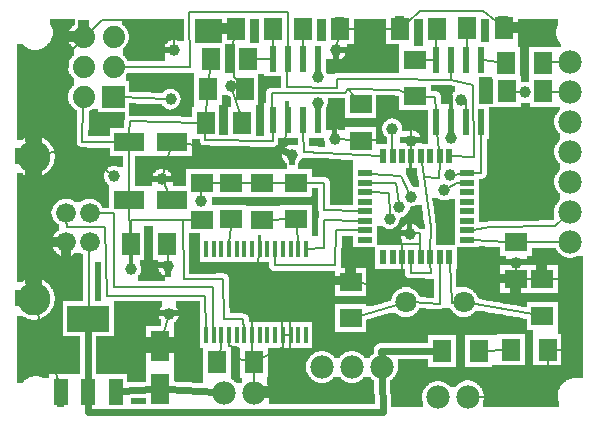
<source format=gtl>
G04 MADE WITH FRITZING*
G04 WWW.FRITZING.ORG*
G04 DOUBLE SIDED*
G04 HOLES PLATED*
G04 CONTOUR ON CENTER OF CONTOUR VECTOR*
%ASAXBY*%
%FSLAX23Y23*%
%MOIN*%
%OFA0B0*%
%SFA1.0B1.0*%
%ADD10C,0.075000*%
%ADD11C,0.074000*%
%ADD12C,0.070925*%
%ADD13C,0.070866*%
%ADD14C,0.039370*%
%ADD15C,0.066000*%
%ADD16C,0.110000*%
%ADD17C,0.078000*%
%ADD18R,0.074803X0.062992*%
%ADD19R,0.062992X0.074803*%
%ADD20R,0.022000X0.050000*%
%ADD21R,0.050000X0.022000*%
%ADD22R,0.024000X0.087000*%
%ADD23R,0.013701X0.055000*%
%ADD24R,0.102362X0.062992*%
%ADD25R,0.062992X0.102362*%
%ADD26R,0.048000X0.088000*%
%ADD27R,0.141732X0.086614*%
%ADD28C,0.008000*%
%ADD29C,0.024000*%
%ADD30C,0.012000*%
%ADD31R,0.001000X0.001000*%
%LNCOPPER1*%
G90*
G70*
G54D10*
X1214Y1279D03*
X1678Y983D03*
X416Y324D03*
X614Y195D03*
X113Y1156D03*
X812Y479D03*
G54D11*
X363Y1077D03*
X263Y1077D03*
X363Y1177D03*
X263Y1177D03*
X363Y1277D03*
X263Y1277D03*
X363Y1077D03*
X263Y1077D03*
X363Y1177D03*
X263Y1177D03*
X363Y1277D03*
X263Y1277D03*
G54D12*
X1338Y392D03*
G54D13*
X1531Y392D03*
G54D14*
X1353Y745D03*
X1316Y709D03*
X1283Y671D03*
G54D15*
X283Y592D03*
X283Y690D03*
X205Y690D03*
X205Y592D03*
G54D16*
X98Y404D03*
X98Y878D03*
G54D15*
X283Y592D03*
X283Y690D03*
X205Y690D03*
X205Y592D03*
G54D16*
X98Y404D03*
X98Y878D03*
G54D17*
X1885Y1193D03*
X1885Y1093D03*
X1885Y993D03*
X1885Y893D03*
X1885Y793D03*
X1885Y693D03*
X1885Y593D03*
X832Y90D03*
X732Y90D03*
G54D14*
X656Y730D03*
X1736Y1092D03*
X1044Y1142D03*
X1483Y816D03*
X1466Y766D03*
X1043Y1057D03*
X553Y1069D03*
X1520Y1067D03*
X1292Y970D03*
X545Y513D03*
X547Y354D03*
X525Y803D03*
X755Y1113D03*
X565Y1233D03*
X365Y813D03*
X1105Y1233D03*
X1352Y621D03*
X1705Y524D03*
X1487Y939D03*
X1356Y931D03*
X421Y503D03*
G54D17*
X1258Y176D03*
X1158Y176D03*
X1058Y176D03*
X1544Y78D03*
X1444Y76D03*
G54D14*
X1101Y937D03*
X959Y884D03*
G54D18*
X657Y667D03*
X657Y790D03*
X857Y668D03*
X857Y790D03*
X755Y791D03*
X755Y669D03*
G54D19*
X542Y587D03*
X420Y587D03*
G54D20*
X1261Y543D03*
X1293Y543D03*
X1324Y543D03*
X1356Y543D03*
X1387Y543D03*
X1419Y543D03*
X1450Y543D03*
X1482Y543D03*
G54D21*
X1540Y601D03*
X1540Y633D03*
X1540Y664D03*
X1540Y696D03*
X1540Y727D03*
X1540Y759D03*
X1540Y790D03*
X1540Y822D03*
G54D20*
X1482Y881D03*
X1450Y881D03*
X1419Y881D03*
X1387Y881D03*
X1356Y881D03*
X1324Y881D03*
X1293Y881D03*
X1261Y881D03*
G54D21*
X1202Y822D03*
X1202Y790D03*
X1202Y759D03*
X1202Y727D03*
X1202Y696D03*
X1202Y664D03*
X1202Y633D03*
X1202Y601D03*
G54D22*
X893Y999D03*
X943Y999D03*
X993Y999D03*
X1043Y999D03*
X1043Y1205D03*
X993Y1205D03*
X943Y1205D03*
X893Y1205D03*
X1439Y995D03*
X1489Y995D03*
X1539Y995D03*
X1589Y995D03*
X1589Y1201D03*
X1539Y1201D03*
X1489Y1201D03*
X1439Y1201D03*
G54D23*
X1004Y283D03*
X978Y283D03*
X953Y283D03*
X927Y283D03*
X901Y283D03*
X876Y283D03*
X850Y283D03*
X799Y283D03*
X825Y283D03*
X773Y283D03*
X748Y283D03*
X722Y283D03*
X697Y283D03*
X671Y283D03*
X1004Y571D03*
X978Y571D03*
X953Y571D03*
X927Y571D03*
X901Y571D03*
X876Y571D03*
X850Y571D03*
X825Y571D03*
X799Y571D03*
X773Y571D03*
X748Y571D03*
X722Y571D03*
X697Y571D03*
X671Y571D03*
G54D18*
X1792Y347D03*
X1792Y469D03*
G54D19*
X1663Y1308D03*
X1541Y1308D03*
X1317Y1305D03*
X1440Y1305D03*
G54D18*
X1187Y1053D03*
X1187Y931D03*
G54D19*
X1674Y1096D03*
X1796Y1096D03*
X1672Y1191D03*
X1794Y1191D03*
X670Y990D03*
X792Y990D03*
X1118Y1304D03*
X996Y1304D03*
X772Y1303D03*
X894Y1303D03*
G54D18*
X1368Y1201D03*
X1368Y1079D03*
G54D19*
X811Y1204D03*
X689Y1204D03*
G54D24*
X415Y734D03*
X557Y734D03*
G54D25*
X519Y105D03*
X519Y247D03*
G54D18*
X1705Y592D03*
X1705Y470D03*
G54D24*
X416Y926D03*
X557Y926D03*
G54D19*
X800Y1103D03*
X678Y1103D03*
X831Y193D03*
X709Y193D03*
G54D26*
X188Y94D03*
X279Y94D03*
X370Y94D03*
G54D27*
X279Y338D03*
G54D18*
X1153Y339D03*
X1153Y461D03*
G54D19*
X1580Y231D03*
X1458Y231D03*
X1810Y234D03*
X1687Y234D03*
G54D18*
X971Y791D03*
X971Y669D03*
G54D28*
X723Y791D02*
X689Y790D01*
D02*
X416Y708D02*
X419Y619D01*
D02*
X415Y760D02*
X416Y900D01*
D02*
X282Y568D02*
X280Y376D01*
G54D29*
D02*
X493Y104D02*
X388Y96D01*
D02*
X545Y104D02*
X702Y92D01*
G54D28*
D02*
X1063Y573D02*
X1005Y571D01*
D02*
X786Y791D02*
X826Y790D01*
D02*
X721Y242D02*
X717Y225D01*
D02*
X722Y261D02*
X721Y242D01*
D02*
X826Y238D02*
X827Y225D01*
D02*
X825Y261D02*
X826Y238D01*
D02*
X831Y162D02*
X832Y114D01*
D02*
X749Y590D02*
X753Y643D01*
D02*
X1106Y633D02*
X1102Y517D01*
D02*
X1065Y666D02*
X1063Y573D01*
D02*
X1102Y517D02*
X900Y516D01*
D02*
X1183Y633D02*
X1106Y633D01*
D02*
X900Y516D02*
X901Y549D01*
D02*
X1183Y665D02*
X1065Y666D01*
D02*
X1737Y470D02*
X1761Y470D01*
D02*
X1185Y348D02*
X1317Y386D01*
D02*
X1761Y353D02*
X1552Y389D01*
D02*
X1483Y523D02*
X1490Y389D01*
D02*
X1490Y389D02*
X1510Y391D01*
D02*
X1451Y388D02*
X1359Y392D01*
D02*
X1450Y523D02*
X1451Y388D01*
D02*
X695Y443D02*
X696Y305D01*
D02*
X365Y443D02*
X695Y443D01*
D02*
X363Y689D02*
X365Y443D01*
D02*
X1833Y647D02*
X1867Y677D01*
D02*
X1560Y635D02*
X1619Y643D01*
D02*
X1619Y643D02*
X1833Y647D01*
D02*
X1737Y593D02*
X1861Y593D01*
D02*
X1673Y594D02*
X1560Y600D01*
D02*
X994Y1243D02*
X995Y1272D01*
D02*
X893Y1243D02*
X894Y1272D01*
D02*
X1822Y1095D02*
X1861Y1094D01*
D02*
X1820Y1192D02*
X1861Y1193D01*
D02*
X262Y1051D02*
X259Y928D01*
D02*
X259Y928D02*
X370Y926D01*
D02*
X668Y415D02*
X671Y305D01*
D02*
X340Y415D02*
X668Y415D01*
D02*
X336Y644D02*
X340Y415D01*
D02*
X206Y667D02*
X207Y644D01*
D02*
X207Y644D02*
X336Y644D01*
D02*
X306Y690D02*
X363Y689D01*
D02*
X1595Y1200D02*
X1646Y1194D01*
D02*
X1540Y1239D02*
X1540Y1276D01*
D02*
X1439Y1273D02*
X1439Y1239D01*
D02*
X1487Y1135D02*
X1562Y1118D01*
D02*
X1562Y1118D02*
X1564Y876D01*
D02*
X1488Y1163D02*
X1487Y1135D01*
D02*
X1564Y876D02*
X1487Y880D01*
D02*
X1589Y957D02*
X1589Y822D01*
D02*
X1589Y822D02*
X1560Y822D01*
D02*
X1437Y1033D02*
X1435Y1077D01*
D02*
X1435Y1077D02*
X1399Y1078D01*
D02*
X1399Y1201D02*
X1432Y1201D01*
D02*
X1281Y758D02*
X1222Y759D01*
D02*
X1283Y684D02*
X1281Y758D01*
D02*
X1304Y789D02*
X1222Y790D01*
D02*
X1314Y722D02*
X1304Y789D01*
D02*
X1320Y813D02*
X1222Y820D01*
D02*
X1347Y758D02*
X1320Y813D01*
D02*
X1390Y861D02*
X1420Y642D01*
D02*
X1420Y642D02*
X1419Y562D01*
D02*
X685Y1172D02*
X681Y1135D01*
D02*
X676Y1071D02*
X672Y1022D01*
D02*
X594Y666D02*
X625Y667D01*
D02*
X597Y469D02*
X594Y666D01*
D02*
X795Y336D02*
X730Y338D01*
D02*
X730Y338D02*
X729Y470D01*
D02*
X729Y470D02*
X597Y469D01*
D02*
X798Y301D02*
X795Y336D01*
D02*
X420Y619D02*
X421Y666D01*
D02*
X421Y666D02*
X594Y666D01*
D02*
X1108Y1137D02*
X1269Y1136D01*
D02*
X1107Y1108D02*
X1108Y1137D01*
D02*
X941Y1111D02*
X1107Y1108D01*
D02*
X1269Y1136D02*
X1487Y1135D01*
D02*
X942Y1167D02*
X941Y1111D01*
D02*
X891Y1089D02*
X892Y1037D01*
D02*
X1315Y1100D02*
X1145Y1103D01*
D02*
X1145Y1103D02*
X1133Y1091D01*
D02*
X1133Y1091D02*
X891Y1089D01*
D02*
X1336Y1091D02*
X1315Y1100D01*
D02*
X1442Y957D02*
X1448Y900D01*
D02*
X1449Y806D02*
X1450Y861D01*
D02*
X1397Y810D02*
X1449Y806D01*
D02*
X1390Y861D02*
X1397Y810D01*
D02*
X417Y996D02*
X644Y991D01*
D02*
X416Y952D02*
X417Y996D01*
D02*
X886Y1205D02*
X837Y1204D01*
D02*
X999Y894D02*
X995Y961D01*
D02*
X1256Y881D02*
X999Y894D01*
D02*
X893Y929D02*
X668Y933D01*
D02*
X668Y933D02*
X669Y958D01*
D02*
X893Y961D02*
X893Y929D01*
D02*
X656Y743D02*
X658Y791D01*
D02*
X1722Y1093D02*
X1700Y1095D01*
D02*
X1044Y1167D02*
X1044Y1155D01*
D02*
X1509Y791D02*
X1477Y773D01*
D02*
X1521Y791D02*
X1509Y791D01*
D02*
X1521Y820D02*
X1496Y817D01*
D02*
X944Y1359D02*
X943Y1243D01*
D02*
X619Y1176D02*
X616Y1360D01*
D02*
X616Y1360D02*
X944Y1359D01*
D02*
X388Y1177D02*
X619Y1176D01*
D02*
X388Y1076D02*
X539Y1070D01*
D02*
X1538Y1061D02*
X1533Y1063D01*
D02*
X1538Y1033D02*
X1538Y1061D01*
D02*
X1292Y900D02*
X1292Y957D01*
D02*
X951Y283D02*
X928Y283D01*
D02*
X857Y206D02*
X927Y242D01*
D02*
X927Y242D02*
X927Y261D01*
D02*
X849Y557D02*
X825Y313D01*
X825Y313D02*
X825Y305D01*
D02*
X544Y555D02*
X545Y526D01*
D02*
X544Y341D02*
X531Y293D01*
D02*
X545Y760D02*
X531Y791D01*
D02*
X551Y900D02*
X528Y816D01*
D02*
X783Y1022D02*
X759Y1100D01*
D02*
X565Y1246D02*
X565Y1333D01*
X565Y1333D02*
X325Y1333D01*
X325Y1333D02*
X235Y1243D01*
X235Y1243D02*
X210Y1213D01*
X210Y1213D02*
X205Y1053D01*
X205Y1053D02*
X235Y913D01*
X235Y913D02*
X354Y821D01*
D02*
X768Y1110D02*
X774Y1109D01*
D02*
X938Y961D02*
X931Y897D01*
D02*
X931Y897D02*
X765Y903D01*
X765Y903D02*
X603Y921D01*
D02*
X764Y1272D02*
X760Y1253D01*
D02*
X760Y1253D02*
X765Y1253D01*
X765Y1253D02*
X765Y1143D01*
X765Y1143D02*
X774Y1133D01*
D02*
X147Y890D02*
X235Y913D01*
D02*
X177Y133D02*
X112Y355D01*
D02*
X1112Y1272D02*
X1107Y1246D01*
D02*
X1292Y1305D02*
X1144Y1304D01*
D02*
X1637Y1329D02*
X1595Y1363D01*
X1595Y1363D02*
X1385Y1363D01*
X1385Y1363D02*
X1343Y1327D01*
D02*
X247Y1257D02*
X235Y1243D01*
D02*
X780Y239D02*
X779Y203D01*
D02*
X748Y246D02*
X780Y239D01*
D02*
X779Y203D02*
X843Y193D01*
D02*
X748Y261D02*
X748Y246D01*
D02*
X1385Y587D02*
X1383Y624D01*
D02*
X1383Y624D02*
X1366Y622D01*
D02*
X1386Y562D02*
X1385Y587D01*
D02*
X1705Y496D02*
X1705Y511D01*
D02*
X1356Y900D02*
X1356Y918D01*
D02*
X1488Y957D02*
X1488Y952D01*
D02*
X1043Y1037D02*
X1043Y1043D01*
D02*
X1662Y233D02*
X1606Y231D01*
D02*
X1165Y1079D02*
X1145Y1103D01*
D02*
X1356Y1017D02*
X1356Y945D01*
D02*
X1247Y935D02*
X1249Y1017D01*
D02*
X1249Y1017D02*
X1357Y1017D01*
D02*
X1187Y931D02*
X1247Y935D01*
D02*
X1322Y441D02*
X1324Y523D01*
D02*
X1185Y457D02*
X1322Y441D01*
D02*
X1323Y586D02*
X1385Y587D01*
D02*
X1324Y562D02*
X1323Y586D01*
G54D30*
D02*
X421Y522D02*
X421Y555D01*
G54D29*
D02*
X279Y133D02*
X279Y301D01*
G54D28*
D02*
X1810Y74D02*
X1569Y77D01*
D02*
X1810Y202D02*
X1810Y74D01*
D02*
X1353Y491D02*
X1355Y523D01*
D02*
X1420Y490D02*
X1353Y491D01*
D02*
X1419Y523D02*
X1420Y490D01*
G54D29*
D02*
X279Y26D02*
X1261Y27D01*
D02*
X1261Y27D02*
X1259Y146D01*
D02*
X279Y56D02*
X279Y26D01*
G54D28*
D02*
X1889Y233D02*
X1835Y234D01*
D02*
X1885Y473D02*
X1889Y233D01*
D02*
X1824Y470D02*
X1885Y473D01*
G54D29*
D02*
X1256Y229D02*
X1257Y206D01*
D02*
X1432Y231D02*
X1256Y229D01*
G54D28*
D02*
X889Y790D02*
X939Y791D01*
D02*
X1065Y701D02*
X1183Y696D01*
D02*
X1065Y790D02*
X1065Y701D01*
D02*
X1003Y791D02*
X1065Y790D01*
D02*
X973Y643D02*
X977Y589D01*
D02*
X939Y669D02*
X889Y668D01*
G54D29*
D02*
X941Y892D02*
X931Y897D01*
G54D28*
D02*
X1114Y936D02*
X1155Y933D01*
G36*
X390Y1338D02*
X390Y1318D01*
X394Y1318D01*
X394Y1316D01*
X396Y1316D01*
X396Y1314D01*
X398Y1314D01*
X398Y1312D01*
X400Y1312D01*
X400Y1310D01*
X402Y1310D01*
X402Y1308D01*
X404Y1308D01*
X404Y1304D01*
X406Y1304D01*
X406Y1302D01*
X408Y1302D01*
X408Y1298D01*
X410Y1298D01*
X410Y1294D01*
X412Y1294D01*
X412Y1288D01*
X414Y1288D01*
X414Y1268D01*
X570Y1268D01*
X570Y1266D01*
X576Y1266D01*
X576Y1264D01*
X598Y1264D01*
X598Y1338D01*
X390Y1338D01*
G37*
D02*
G36*
X414Y1268D02*
X414Y1266D01*
X412Y1266D01*
X412Y1260D01*
X410Y1260D01*
X410Y1256D01*
X408Y1256D01*
X408Y1252D01*
X406Y1252D01*
X406Y1250D01*
X404Y1250D01*
X404Y1246D01*
X402Y1246D01*
X402Y1244D01*
X400Y1244D01*
X400Y1242D01*
X398Y1242D01*
X398Y1240D01*
X396Y1240D01*
X396Y1238D01*
X394Y1238D01*
X394Y1216D01*
X396Y1216D01*
X396Y1214D01*
X398Y1214D01*
X398Y1212D01*
X400Y1212D01*
X400Y1210D01*
X402Y1210D01*
X402Y1208D01*
X404Y1208D01*
X404Y1204D01*
X406Y1204D01*
X406Y1202D01*
X408Y1202D01*
X408Y1198D01*
X410Y1198D01*
X410Y1196D01*
X536Y1196D01*
X536Y1218D01*
X534Y1218D01*
X534Y1222D01*
X532Y1222D01*
X532Y1228D01*
X530Y1228D01*
X530Y1238D01*
X532Y1238D01*
X532Y1244D01*
X534Y1244D01*
X534Y1248D01*
X536Y1248D01*
X536Y1252D01*
X538Y1252D01*
X538Y1254D01*
X540Y1254D01*
X540Y1256D01*
X542Y1256D01*
X542Y1258D01*
X544Y1258D01*
X544Y1260D01*
X546Y1260D01*
X546Y1262D01*
X550Y1262D01*
X550Y1264D01*
X554Y1264D01*
X554Y1266D01*
X560Y1266D01*
X560Y1268D01*
X414Y1268D01*
G37*
D02*
G36*
X636Y1338D02*
X636Y1256D01*
X726Y1256D01*
X726Y1338D01*
X636Y1338D01*
G37*
D02*
G36*
X818Y1338D02*
X818Y1256D01*
X848Y1256D01*
X848Y1338D01*
X818Y1338D01*
G37*
D02*
G36*
X1042Y1338D02*
X1042Y1264D01*
X1072Y1264D01*
X1072Y1338D01*
X1042Y1338D01*
G37*
D02*
G36*
X1364Y1338D02*
X1364Y1248D01*
X1394Y1248D01*
X1394Y1338D01*
X1364Y1338D01*
G37*
D02*
G36*
X1588Y1338D02*
X1588Y1260D01*
X1616Y1260D01*
X1616Y1338D01*
X1588Y1338D01*
G37*
D02*
G36*
X1710Y1338D02*
X1710Y1244D01*
X1718Y1244D01*
X1718Y1148D01*
X1720Y1148D01*
X1720Y1128D01*
X1748Y1128D01*
X1748Y1244D01*
X1854Y1244D01*
X1854Y1254D01*
X1852Y1254D01*
X1852Y1256D01*
X1850Y1256D01*
X1850Y1260D01*
X1848Y1260D01*
X1848Y1262D01*
X1846Y1262D01*
X1846Y1266D01*
X1844Y1266D01*
X1844Y1270D01*
X1842Y1270D01*
X1842Y1274D01*
X1840Y1274D01*
X1840Y1280D01*
X1838Y1280D01*
X1838Y1302D01*
X1840Y1302D01*
X1840Y1310D01*
X1842Y1310D01*
X1842Y1314D01*
X1844Y1314D01*
X1844Y1318D01*
X1846Y1318D01*
X1846Y1338D01*
X1710Y1338D01*
G37*
D02*
G36*
X736Y1252D02*
X736Y1156D01*
X764Y1156D01*
X764Y1252D01*
X736Y1252D01*
G37*
D02*
G36*
X1164Y1338D02*
X1164Y1252D01*
X1140Y1252D01*
X1140Y1228D01*
X1138Y1228D01*
X1138Y1222D01*
X1136Y1222D01*
X1136Y1218D01*
X1134Y1218D01*
X1134Y1214D01*
X1132Y1214D01*
X1132Y1212D01*
X1130Y1212D01*
X1130Y1210D01*
X1128Y1210D01*
X1128Y1208D01*
X1126Y1208D01*
X1126Y1206D01*
X1124Y1206D01*
X1124Y1204D01*
X1120Y1204D01*
X1120Y1202D01*
X1116Y1202D01*
X1116Y1200D01*
X1110Y1200D01*
X1110Y1198D01*
X1316Y1198D01*
X1316Y1252D01*
X1272Y1252D01*
X1272Y1254D01*
X1270Y1254D01*
X1270Y1338D01*
X1164Y1338D01*
G37*
D02*
G36*
X1070Y1204D02*
X1070Y1198D01*
X1100Y1198D01*
X1100Y1200D01*
X1094Y1200D01*
X1094Y1202D01*
X1090Y1202D01*
X1090Y1204D01*
X1070Y1204D01*
G37*
D02*
G36*
X1070Y1198D02*
X1070Y1196D01*
X1316Y1196D01*
X1316Y1198D01*
X1070Y1198D01*
G37*
D02*
G36*
X1070Y1198D02*
X1070Y1196D01*
X1316Y1196D01*
X1316Y1198D01*
X1070Y1198D01*
G37*
D02*
G36*
X1070Y1196D02*
X1070Y1162D01*
X1072Y1162D01*
X1072Y1158D01*
X1074Y1158D01*
X1074Y1156D01*
X1076Y1156D01*
X1076Y1152D01*
X1098Y1152D01*
X1098Y1154D01*
X1102Y1154D01*
X1102Y1156D01*
X1316Y1156D01*
X1316Y1196D01*
X1070Y1196D01*
G37*
D02*
G36*
X846Y1152D02*
X846Y1050D01*
X838Y1050D01*
X838Y948D01*
X866Y948D01*
X866Y1058D01*
X872Y1058D01*
X872Y1096D01*
X874Y1096D01*
X874Y1100D01*
X876Y1100D01*
X876Y1102D01*
X878Y1102D01*
X878Y1104D01*
X880Y1104D01*
X880Y1106D01*
X884Y1106D01*
X884Y1108D01*
X922Y1108D01*
X922Y1146D01*
X866Y1146D01*
X866Y1152D01*
X846Y1152D01*
G37*
D02*
G36*
X1580Y1142D02*
X1580Y1120D01*
X1582Y1120D01*
X1582Y1054D01*
X1628Y1054D01*
X1628Y1138D01*
X1626Y1138D01*
X1626Y1142D01*
X1580Y1142D01*
G37*
D02*
G36*
X1420Y1116D02*
X1420Y1096D01*
X1440Y1096D01*
X1440Y1094D01*
X1444Y1094D01*
X1444Y1092D01*
X1448Y1092D01*
X1448Y1090D01*
X1450Y1090D01*
X1450Y1086D01*
X1452Y1086D01*
X1452Y1082D01*
X1454Y1082D01*
X1454Y1054D01*
X1486Y1054D01*
X1486Y1076D01*
X1488Y1076D01*
X1488Y1080D01*
X1490Y1080D01*
X1490Y1084D01*
X1492Y1084D01*
X1492Y1086D01*
X1494Y1086D01*
X1494Y1090D01*
X1496Y1090D01*
X1496Y1092D01*
X1500Y1092D01*
X1500Y1114D01*
X1492Y1114D01*
X1492Y1116D01*
X1420Y1116D01*
G37*
D02*
G36*
X724Y1082D02*
X724Y1050D01*
X716Y1050D01*
X716Y950D01*
X746Y950D01*
X746Y1042D01*
X754Y1042D01*
X754Y1078D01*
X750Y1078D01*
X750Y1080D01*
X744Y1080D01*
X744Y1082D01*
X724Y1082D01*
G37*
D02*
G36*
X1238Y1082D02*
X1238Y1006D01*
X1294Y1006D01*
X1294Y1004D01*
X1302Y1004D01*
X1302Y1002D01*
X1306Y1002D01*
X1306Y1000D01*
X1310Y1000D01*
X1310Y998D01*
X1312Y998D01*
X1312Y996D01*
X1314Y996D01*
X1314Y994D01*
X1316Y994D01*
X1316Y992D01*
X1318Y992D01*
X1318Y990D01*
X1320Y990D01*
X1320Y986D01*
X1322Y986D01*
X1322Y984D01*
X1324Y984D01*
X1324Y978D01*
X1326Y978D01*
X1326Y966D01*
X1362Y966D01*
X1362Y964D01*
X1368Y964D01*
X1368Y962D01*
X1372Y962D01*
X1372Y960D01*
X1374Y960D01*
X1374Y958D01*
X1376Y958D01*
X1376Y956D01*
X1380Y956D01*
X1380Y952D01*
X1382Y952D01*
X1382Y950D01*
X1384Y950D01*
X1384Y948D01*
X1386Y948D01*
X1386Y944D01*
X1388Y944D01*
X1388Y940D01*
X1390Y940D01*
X1390Y920D01*
X1412Y920D01*
X1412Y1032D01*
X1316Y1032D01*
X1316Y1080D01*
X1300Y1080D01*
X1300Y1082D01*
X1238Y1082D01*
G37*
D02*
G36*
X1078Y1072D02*
X1078Y1052D01*
X1076Y1052D01*
X1076Y1046D01*
X1074Y1046D01*
X1074Y1042D01*
X1072Y1042D01*
X1072Y1040D01*
X1070Y1040D01*
X1070Y1006D01*
X1134Y1006D01*
X1134Y1072D01*
X1078Y1072D01*
G37*
D02*
G36*
X1070Y1006D02*
X1070Y1004D01*
X1288Y1004D01*
X1288Y1006D01*
X1070Y1006D01*
G37*
D02*
G36*
X1070Y1006D02*
X1070Y1004D01*
X1288Y1004D01*
X1288Y1006D01*
X1070Y1006D01*
G37*
D02*
G36*
X1070Y1004D02*
X1070Y978D01*
X1238Y978D01*
X1238Y920D01*
X1274Y920D01*
X1274Y944D01*
X1270Y944D01*
X1270Y946D01*
X1268Y946D01*
X1268Y948D01*
X1266Y948D01*
X1266Y950D01*
X1264Y950D01*
X1264Y954D01*
X1262Y954D01*
X1262Y956D01*
X1260Y956D01*
X1260Y962D01*
X1258Y962D01*
X1258Y980D01*
X1260Y980D01*
X1260Y984D01*
X1262Y984D01*
X1262Y988D01*
X1264Y988D01*
X1264Y990D01*
X1266Y990D01*
X1266Y992D01*
X1268Y992D01*
X1268Y994D01*
X1270Y994D01*
X1270Y996D01*
X1272Y996D01*
X1272Y998D01*
X1274Y998D01*
X1274Y1000D01*
X1278Y1000D01*
X1278Y1002D01*
X1282Y1002D01*
X1282Y1004D01*
X1070Y1004D01*
G37*
D02*
G36*
X1070Y978D02*
X1070Y972D01*
X1106Y972D01*
X1106Y970D01*
X1112Y970D01*
X1112Y968D01*
X1134Y968D01*
X1134Y978D01*
X1070Y978D01*
G37*
D02*
G36*
X1070Y972D02*
X1070Y968D01*
X1090Y968D01*
X1090Y970D01*
X1096Y970D01*
X1096Y972D01*
X1070Y972D01*
G37*
D02*
G36*
X1326Y966D02*
X1326Y964D01*
X1350Y964D01*
X1350Y966D01*
X1326Y966D01*
G37*
D02*
G36*
X1720Y1058D02*
X1720Y1044D01*
X1616Y1044D01*
X1616Y936D01*
X1608Y936D01*
X1608Y816D01*
X1606Y816D01*
X1606Y812D01*
X1604Y812D01*
X1604Y810D01*
X1602Y810D01*
X1602Y808D01*
X1600Y808D01*
X1600Y806D01*
X1596Y806D01*
X1596Y804D01*
X1580Y804D01*
X1580Y660D01*
X1610Y660D01*
X1610Y662D01*
X1676Y662D01*
X1676Y664D01*
X1780Y664D01*
X1780Y666D01*
X1828Y666D01*
X1828Y668D01*
X1830Y668D01*
X1830Y670D01*
X1832Y670D01*
X1832Y706D01*
X1834Y706D01*
X1834Y710D01*
X1836Y710D01*
X1836Y716D01*
X1838Y716D01*
X1838Y718D01*
X1840Y718D01*
X1840Y722D01*
X1842Y722D01*
X1842Y724D01*
X1844Y724D01*
X1844Y726D01*
X1846Y726D01*
X1846Y728D01*
X1848Y728D01*
X1848Y732D01*
X1852Y732D01*
X1852Y754D01*
X1850Y754D01*
X1850Y756D01*
X1848Y756D01*
X1848Y758D01*
X1846Y758D01*
X1846Y760D01*
X1844Y760D01*
X1844Y762D01*
X1842Y762D01*
X1842Y766D01*
X1840Y766D01*
X1840Y768D01*
X1838Y768D01*
X1838Y772D01*
X1836Y772D01*
X1836Y776D01*
X1834Y776D01*
X1834Y782D01*
X1832Y782D01*
X1832Y806D01*
X1834Y806D01*
X1834Y810D01*
X1836Y810D01*
X1836Y816D01*
X1838Y816D01*
X1838Y818D01*
X1840Y818D01*
X1840Y822D01*
X1842Y822D01*
X1842Y824D01*
X1844Y824D01*
X1844Y826D01*
X1846Y826D01*
X1846Y828D01*
X1848Y828D01*
X1848Y832D01*
X1852Y832D01*
X1852Y854D01*
X1850Y854D01*
X1850Y856D01*
X1848Y856D01*
X1848Y858D01*
X1846Y858D01*
X1846Y860D01*
X1844Y860D01*
X1844Y862D01*
X1842Y862D01*
X1842Y866D01*
X1840Y866D01*
X1840Y868D01*
X1838Y868D01*
X1838Y872D01*
X1836Y872D01*
X1836Y876D01*
X1834Y876D01*
X1834Y882D01*
X1832Y882D01*
X1832Y906D01*
X1834Y906D01*
X1834Y910D01*
X1836Y910D01*
X1836Y916D01*
X1838Y916D01*
X1838Y918D01*
X1840Y918D01*
X1840Y922D01*
X1842Y922D01*
X1842Y924D01*
X1844Y924D01*
X1844Y926D01*
X1846Y926D01*
X1846Y928D01*
X1848Y928D01*
X1848Y932D01*
X1852Y932D01*
X1852Y954D01*
X1850Y954D01*
X1850Y956D01*
X1848Y956D01*
X1848Y958D01*
X1846Y958D01*
X1846Y960D01*
X1844Y960D01*
X1844Y962D01*
X1842Y962D01*
X1842Y966D01*
X1840Y966D01*
X1840Y968D01*
X1838Y968D01*
X1838Y972D01*
X1836Y972D01*
X1836Y976D01*
X1834Y976D01*
X1834Y982D01*
X1832Y982D01*
X1832Y1006D01*
X1834Y1006D01*
X1834Y1010D01*
X1836Y1010D01*
X1836Y1016D01*
X1838Y1016D01*
X1838Y1018D01*
X1840Y1018D01*
X1840Y1022D01*
X1842Y1022D01*
X1842Y1024D01*
X1844Y1024D01*
X1844Y1026D01*
X1846Y1026D01*
X1846Y1028D01*
X1848Y1028D01*
X1848Y1032D01*
X1852Y1032D01*
X1852Y1044D01*
X1750Y1044D01*
X1750Y1058D01*
X1720Y1058D01*
G37*
D02*
G36*
X410Y1158D02*
X410Y1156D01*
X408Y1156D01*
X408Y1152D01*
X406Y1152D01*
X406Y1150D01*
X404Y1150D01*
X404Y1130D01*
X414Y1130D01*
X414Y1104D01*
X560Y1104D01*
X560Y1102D01*
X564Y1102D01*
X564Y1100D01*
X568Y1100D01*
X568Y1098D01*
X572Y1098D01*
X572Y1096D01*
X574Y1096D01*
X574Y1094D01*
X576Y1094D01*
X576Y1092D01*
X578Y1092D01*
X578Y1090D01*
X580Y1090D01*
X580Y1086D01*
X582Y1086D01*
X582Y1084D01*
X584Y1084D01*
X584Y1080D01*
X586Y1080D01*
X586Y1072D01*
X588Y1072D01*
X588Y1066D01*
X586Y1066D01*
X586Y1060D01*
X584Y1060D01*
X584Y1056D01*
X582Y1056D01*
X582Y1052D01*
X580Y1052D01*
X580Y1050D01*
X578Y1050D01*
X578Y1048D01*
X576Y1048D01*
X576Y1046D01*
X574Y1046D01*
X574Y1044D01*
X572Y1044D01*
X572Y1042D01*
X570Y1042D01*
X570Y1040D01*
X566Y1040D01*
X566Y1038D01*
X562Y1038D01*
X562Y1036D01*
X556Y1036D01*
X556Y1034D01*
X624Y1034D01*
X624Y1042D01*
X632Y1042D01*
X632Y1158D01*
X410Y1158D01*
G37*
D02*
G36*
X414Y1104D02*
X414Y1094D01*
X440Y1094D01*
X440Y1092D01*
X488Y1092D01*
X488Y1090D01*
X528Y1090D01*
X528Y1092D01*
X530Y1092D01*
X530Y1094D01*
X532Y1094D01*
X532Y1096D01*
X534Y1096D01*
X534Y1098D01*
X536Y1098D01*
X536Y1100D01*
X540Y1100D01*
X540Y1102D01*
X546Y1102D01*
X546Y1104D01*
X414Y1104D01*
G37*
D02*
G36*
X414Y1056D02*
X414Y1034D01*
X548Y1034D01*
X548Y1036D01*
X542Y1036D01*
X542Y1038D01*
X538Y1038D01*
X538Y1040D01*
X534Y1040D01*
X534Y1042D01*
X532Y1042D01*
X532Y1044D01*
X530Y1044D01*
X530Y1046D01*
X528Y1046D01*
X528Y1048D01*
X526Y1048D01*
X526Y1050D01*
X524Y1050D01*
X524Y1052D01*
X488Y1052D01*
X488Y1054D01*
X438Y1054D01*
X438Y1056D01*
X414Y1056D01*
G37*
D02*
G36*
X414Y1034D02*
X414Y1032D01*
X624Y1032D01*
X624Y1034D01*
X414Y1034D01*
G37*
D02*
G36*
X414Y1034D02*
X414Y1032D01*
X624Y1032D01*
X624Y1034D01*
X414Y1034D01*
G37*
D02*
G36*
X414Y1032D02*
X414Y1014D01*
X504Y1014D01*
X504Y1012D01*
X588Y1012D01*
X588Y1010D01*
X624Y1010D01*
X624Y1032D01*
X414Y1032D01*
G37*
D02*
G36*
X290Y1036D02*
X290Y1034D01*
X288Y1034D01*
X288Y1032D01*
X284Y1032D01*
X284Y1030D01*
X280Y1030D01*
X280Y968D01*
X278Y968D01*
X278Y946D01*
X350Y946D01*
X350Y972D01*
X398Y972D01*
X398Y1000D01*
X400Y1000D01*
X400Y1006D01*
X402Y1006D01*
X402Y1026D01*
X310Y1026D01*
X310Y1036D01*
X290Y1036D01*
G37*
D02*
G36*
X1016Y940D02*
X1016Y912D01*
X1046Y912D01*
X1046Y910D01*
X1068Y910D01*
X1068Y930D01*
X1066Y930D01*
X1066Y940D01*
X1016Y940D01*
G37*
D02*
G36*
X912Y940D02*
X912Y922D01*
X910Y922D01*
X910Y918D01*
X908Y918D01*
X908Y916D01*
X906Y916D01*
X906Y914D01*
X904Y914D01*
X904Y912D01*
X900Y912D01*
X900Y910D01*
X940Y910D01*
X940Y912D01*
X942Y912D01*
X942Y914D01*
X946Y914D01*
X946Y916D01*
X950Y916D01*
X950Y918D01*
X978Y918D01*
X978Y940D01*
X912Y940D01*
G37*
D02*
G36*
X624Y938D02*
X624Y910D01*
X818Y910D01*
X818Y912D01*
X702Y912D01*
X702Y914D01*
X662Y914D01*
X662Y916D01*
X658Y916D01*
X658Y918D01*
X656Y918D01*
X656Y920D01*
X654Y920D01*
X654Y922D01*
X652Y922D01*
X652Y924D01*
X650Y924D01*
X650Y938D01*
X624Y938D01*
G37*
D02*
G36*
X624Y910D02*
X624Y908D01*
X936Y908D01*
X936Y910D01*
X624Y910D01*
G37*
D02*
G36*
X624Y910D02*
X624Y908D01*
X936Y908D01*
X936Y910D01*
X624Y910D01*
G37*
D02*
G36*
X624Y908D02*
X624Y880D01*
X434Y880D01*
X434Y838D01*
X806Y838D01*
X806Y836D01*
X918Y836D01*
X918Y838D01*
X940Y838D01*
X940Y858D01*
X936Y858D01*
X936Y860D01*
X934Y860D01*
X934Y864D01*
X932Y864D01*
X932Y866D01*
X930Y866D01*
X930Y868D01*
X928Y868D01*
X928Y872D01*
X926Y872D01*
X926Y878D01*
X924Y878D01*
X924Y892D01*
X926Y892D01*
X926Y896D01*
X928Y896D01*
X928Y900D01*
X930Y900D01*
X930Y902D01*
X932Y902D01*
X932Y906D01*
X934Y906D01*
X934Y908D01*
X624Y908D01*
G37*
D02*
G36*
X434Y838D02*
X434Y780D01*
X490Y780D01*
X490Y808D01*
X492Y808D01*
X492Y814D01*
X494Y814D01*
X494Y818D01*
X496Y818D01*
X496Y822D01*
X498Y822D01*
X498Y824D01*
X500Y824D01*
X500Y826D01*
X502Y826D01*
X502Y828D01*
X504Y828D01*
X504Y830D01*
X506Y830D01*
X506Y832D01*
X510Y832D01*
X510Y834D01*
X514Y834D01*
X514Y836D01*
X520Y836D01*
X520Y838D01*
X434Y838D01*
G37*
D02*
G36*
X530Y838D02*
X530Y836D01*
X536Y836D01*
X536Y834D01*
X540Y834D01*
X540Y832D01*
X544Y832D01*
X544Y830D01*
X546Y830D01*
X546Y828D01*
X548Y828D01*
X548Y826D01*
X550Y826D01*
X550Y824D01*
X552Y824D01*
X552Y822D01*
X554Y822D01*
X554Y818D01*
X556Y818D01*
X556Y814D01*
X558Y814D01*
X558Y808D01*
X560Y808D01*
X560Y780D01*
X604Y780D01*
X604Y836D01*
X702Y836D01*
X702Y838D01*
X530Y838D01*
G37*
D02*
G36*
X990Y874D02*
X990Y870D01*
X988Y870D01*
X988Y866D01*
X986Y866D01*
X986Y864D01*
X984Y864D01*
X984Y862D01*
X982Y862D01*
X982Y860D01*
X980Y860D01*
X980Y858D01*
X978Y858D01*
X978Y838D01*
X1024Y838D01*
X1024Y810D01*
X1070Y810D01*
X1070Y808D01*
X1074Y808D01*
X1074Y806D01*
X1078Y806D01*
X1078Y804D01*
X1080Y804D01*
X1080Y802D01*
X1082Y802D01*
X1082Y798D01*
X1084Y798D01*
X1084Y718D01*
X1142Y718D01*
X1142Y716D01*
X1162Y716D01*
X1162Y866D01*
X1158Y866D01*
X1158Y868D01*
X1120Y868D01*
X1120Y870D01*
X1082Y870D01*
X1082Y872D01*
X1044Y872D01*
X1044Y874D01*
X990Y874D01*
G37*
D02*
G36*
X1338Y840D02*
X1338Y818D01*
X1340Y818D01*
X1340Y814D01*
X1342Y814D01*
X1342Y810D01*
X1344Y810D01*
X1344Y806D01*
X1346Y806D01*
X1346Y802D01*
X1348Y802D01*
X1348Y798D01*
X1350Y798D01*
X1350Y794D01*
X1352Y794D01*
X1352Y790D01*
X1354Y790D01*
X1354Y786D01*
X1356Y786D01*
X1356Y782D01*
X1358Y782D01*
X1358Y780D01*
X1360Y780D01*
X1360Y778D01*
X1382Y778D01*
X1382Y786D01*
X1380Y786D01*
X1380Y800D01*
X1378Y800D01*
X1378Y814D01*
X1376Y814D01*
X1376Y830D01*
X1374Y830D01*
X1374Y840D01*
X1338Y840D01*
G37*
D02*
G36*
X1024Y772D02*
X1024Y746D01*
X1022Y746D01*
X1022Y744D01*
X690Y744D01*
X690Y716D01*
X1024Y716D01*
X1024Y612D01*
X1044Y612D01*
X1044Y620D01*
X1046Y620D01*
X1046Y672D01*
X1048Y672D01*
X1048Y696D01*
X1046Y696D01*
X1046Y772D01*
X1024Y772D01*
G37*
D02*
G36*
X806Y716D02*
X806Y714D01*
X918Y714D01*
X918Y716D01*
X806Y716D01*
G37*
D02*
G36*
X1426Y740D02*
X1426Y732D01*
X1456Y732D01*
X1456Y734D01*
X1452Y734D01*
X1452Y736D01*
X1448Y736D01*
X1448Y738D01*
X1446Y738D01*
X1446Y740D01*
X1426Y740D01*
G37*
D02*
G36*
X1480Y736D02*
X1480Y734D01*
X1476Y734D01*
X1476Y732D01*
X1500Y732D01*
X1500Y736D01*
X1480Y736D01*
G37*
D02*
G36*
X1426Y732D02*
X1426Y730D01*
X1500Y730D01*
X1500Y732D01*
X1426Y732D01*
G37*
D02*
G36*
X1426Y732D02*
X1426Y730D01*
X1500Y730D01*
X1500Y732D01*
X1426Y732D01*
G37*
D02*
G36*
X1428Y730D02*
X1428Y714D01*
X1430Y714D01*
X1430Y700D01*
X1432Y700D01*
X1432Y686D01*
X1434Y686D01*
X1434Y670D01*
X1436Y670D01*
X1436Y656D01*
X1438Y656D01*
X1438Y582D01*
X1500Y582D01*
X1500Y730D01*
X1428Y730D01*
G37*
D02*
G36*
X466Y646D02*
X466Y534D01*
X452Y534D01*
X452Y514D01*
X454Y514D01*
X454Y510D01*
X456Y510D01*
X456Y496D01*
X454Y496D01*
X454Y490D01*
X452Y490D01*
X452Y486D01*
X450Y486D01*
X450Y484D01*
X448Y484D01*
X448Y482D01*
X446Y482D01*
X446Y462D01*
X534Y462D01*
X534Y482D01*
X530Y482D01*
X530Y484D01*
X526Y484D01*
X526Y486D01*
X524Y486D01*
X524Y488D01*
X522Y488D01*
X522Y490D01*
X520Y490D01*
X520Y492D01*
X518Y492D01*
X518Y494D01*
X516Y494D01*
X516Y498D01*
X514Y498D01*
X514Y502D01*
X512Y502D01*
X512Y508D01*
X510Y508D01*
X510Y534D01*
X496Y534D01*
X496Y646D01*
X466Y646D01*
G37*
D02*
G36*
X1370Y718D02*
X1370Y716D01*
X1368Y716D01*
X1368Y714D01*
X1364Y714D01*
X1364Y712D01*
X1356Y712D01*
X1356Y710D01*
X1350Y710D01*
X1350Y700D01*
X1348Y700D01*
X1348Y696D01*
X1346Y696D01*
X1346Y692D01*
X1344Y692D01*
X1344Y690D01*
X1342Y690D01*
X1342Y688D01*
X1340Y688D01*
X1340Y686D01*
X1338Y686D01*
X1338Y684D01*
X1336Y684D01*
X1336Y682D01*
X1334Y682D01*
X1334Y680D01*
X1330Y680D01*
X1330Y678D01*
X1326Y678D01*
X1326Y676D01*
X1320Y676D01*
X1320Y674D01*
X1318Y674D01*
X1318Y666D01*
X1316Y666D01*
X1316Y660D01*
X1314Y660D01*
X1314Y656D01*
X1356Y656D01*
X1356Y654D01*
X1362Y654D01*
X1362Y652D01*
X1366Y652D01*
X1366Y650D01*
X1370Y650D01*
X1370Y648D01*
X1372Y648D01*
X1372Y646D01*
X1374Y646D01*
X1374Y644D01*
X1376Y644D01*
X1376Y642D01*
X1378Y642D01*
X1378Y640D01*
X1380Y640D01*
X1380Y638D01*
X1400Y638D01*
X1400Y654D01*
X1398Y654D01*
X1398Y668D01*
X1396Y668D01*
X1396Y682D01*
X1394Y682D01*
X1394Y698D01*
X1392Y698D01*
X1392Y712D01*
X1390Y712D01*
X1390Y718D01*
X1370Y718D01*
G37*
D02*
G36*
X1312Y656D02*
X1312Y652D01*
X1310Y652D01*
X1310Y650D01*
X1308Y650D01*
X1308Y648D01*
X1306Y648D01*
X1306Y646D01*
X1304Y646D01*
X1304Y644D01*
X1302Y644D01*
X1302Y642D01*
X1298Y642D01*
X1298Y640D01*
X1294Y640D01*
X1294Y638D01*
X1290Y638D01*
X1290Y636D01*
X1324Y636D01*
X1324Y640D01*
X1326Y640D01*
X1326Y642D01*
X1328Y642D01*
X1328Y644D01*
X1330Y644D01*
X1330Y646D01*
X1332Y646D01*
X1332Y648D01*
X1334Y648D01*
X1334Y650D01*
X1338Y650D01*
X1338Y652D01*
X1342Y652D01*
X1342Y654D01*
X1348Y654D01*
X1348Y656D01*
X1312Y656D01*
G37*
D02*
G36*
X1242Y646D02*
X1242Y636D01*
X1276Y636D01*
X1276Y638D01*
X1272Y638D01*
X1272Y640D01*
X1268Y640D01*
X1268Y642D01*
X1264Y642D01*
X1264Y644D01*
X1262Y644D01*
X1262Y646D01*
X1242Y646D01*
G37*
D02*
G36*
X1242Y636D02*
X1242Y634D01*
X1322Y634D01*
X1322Y636D01*
X1242Y636D01*
G37*
D02*
G36*
X1242Y636D02*
X1242Y634D01*
X1322Y634D01*
X1322Y636D01*
X1242Y636D01*
G37*
D02*
G36*
X1242Y634D02*
X1242Y582D01*
X1326Y582D01*
X1326Y602D01*
X1324Y602D01*
X1324Y604D01*
X1322Y604D01*
X1322Y608D01*
X1320Y608D01*
X1320Y612D01*
X1318Y612D01*
X1318Y628D01*
X1320Y628D01*
X1320Y634D01*
X1242Y634D01*
G37*
D02*
G36*
X300Y526D02*
X300Y396D01*
X320Y396D01*
X320Y526D01*
X300Y526D01*
G37*
D02*
G36*
X364Y396D02*
X364Y280D01*
X306Y280D01*
X306Y154D01*
X408Y154D01*
X408Y126D01*
X444Y126D01*
X444Y128D01*
X470Y128D01*
X470Y130D01*
X472Y130D01*
X472Y312D01*
X474Y312D01*
X474Y314D01*
X522Y314D01*
X522Y334D01*
X520Y334D01*
X520Y336D01*
X518Y336D01*
X518Y338D01*
X516Y338D01*
X516Y342D01*
X514Y342D01*
X514Y348D01*
X512Y348D01*
X512Y358D01*
X514Y358D01*
X514Y364D01*
X516Y364D01*
X516Y368D01*
X518Y368D01*
X518Y372D01*
X520Y372D01*
X520Y374D01*
X522Y374D01*
X522Y376D01*
X524Y376D01*
X524Y396D01*
X364Y396D01*
G37*
D02*
G36*
X570Y396D02*
X570Y376D01*
X572Y376D01*
X572Y374D01*
X574Y374D01*
X574Y372D01*
X576Y372D01*
X576Y370D01*
X578Y370D01*
X578Y366D01*
X580Y366D01*
X580Y360D01*
X582Y360D01*
X582Y348D01*
X580Y348D01*
X580Y342D01*
X578Y342D01*
X578Y338D01*
X576Y338D01*
X576Y336D01*
X574Y336D01*
X574Y332D01*
X572Y332D01*
X572Y330D01*
X570Y330D01*
X570Y328D01*
X566Y328D01*
X566Y130D01*
X568Y130D01*
X568Y128D01*
X596Y128D01*
X596Y126D01*
X624Y126D01*
X624Y124D01*
X662Y124D01*
X662Y240D01*
X650Y240D01*
X650Y396D01*
X570Y396D01*
G37*
D02*
G36*
X152Y1338D02*
X152Y1318D01*
X154Y1318D01*
X154Y1314D01*
X156Y1314D01*
X156Y1310D01*
X158Y1310D01*
X158Y1304D01*
X160Y1304D01*
X160Y1280D01*
X158Y1280D01*
X158Y1274D01*
X156Y1274D01*
X156Y1268D01*
X154Y1268D01*
X154Y1264D01*
X152Y1264D01*
X152Y1262D01*
X150Y1262D01*
X150Y1258D01*
X148Y1258D01*
X148Y1256D01*
X146Y1256D01*
X146Y1254D01*
X144Y1254D01*
X144Y1252D01*
X142Y1252D01*
X142Y1250D01*
X140Y1250D01*
X140Y1248D01*
X138Y1248D01*
X138Y1246D01*
X136Y1246D01*
X136Y1244D01*
X132Y1244D01*
X132Y1242D01*
X130Y1242D01*
X130Y1240D01*
X126Y1240D01*
X126Y1238D01*
X122Y1238D01*
X122Y1236D01*
X116Y1236D01*
X116Y1234D01*
X232Y1234D01*
X232Y1238D01*
X230Y1238D01*
X230Y1240D01*
X228Y1240D01*
X228Y1242D01*
X226Y1242D01*
X226Y1244D01*
X224Y1244D01*
X224Y1246D01*
X222Y1246D01*
X222Y1248D01*
X220Y1248D01*
X220Y1252D01*
X218Y1252D01*
X218Y1254D01*
X216Y1254D01*
X216Y1258D01*
X214Y1258D01*
X214Y1264D01*
X212Y1264D01*
X212Y1272D01*
X210Y1272D01*
X210Y1282D01*
X212Y1282D01*
X212Y1290D01*
X214Y1290D01*
X214Y1296D01*
X216Y1296D01*
X216Y1300D01*
X218Y1300D01*
X218Y1302D01*
X220Y1302D01*
X220Y1306D01*
X222Y1306D01*
X222Y1308D01*
X224Y1308D01*
X224Y1310D01*
X226Y1310D01*
X226Y1312D01*
X228Y1312D01*
X228Y1314D01*
X230Y1314D01*
X230Y1316D01*
X232Y1316D01*
X232Y1318D01*
X234Y1318D01*
X234Y1338D01*
X152Y1338D01*
G37*
D02*
G36*
X40Y1254D02*
X40Y1234D01*
X88Y1234D01*
X88Y1236D01*
X82Y1236D01*
X82Y1238D01*
X78Y1238D01*
X78Y1240D01*
X74Y1240D01*
X74Y1242D01*
X72Y1242D01*
X72Y1244D01*
X68Y1244D01*
X68Y1246D01*
X66Y1246D01*
X66Y1248D01*
X64Y1248D01*
X64Y1250D01*
X62Y1250D01*
X62Y1252D01*
X60Y1252D01*
X60Y1254D01*
X40Y1254D01*
G37*
D02*
G36*
X40Y1234D02*
X40Y1232D01*
X232Y1232D01*
X232Y1234D01*
X40Y1234D01*
G37*
D02*
G36*
X40Y1234D02*
X40Y1232D01*
X232Y1232D01*
X232Y1234D01*
X40Y1234D01*
G37*
D02*
G36*
X40Y1232D02*
X40Y948D01*
X108Y948D01*
X108Y946D01*
X116Y946D01*
X116Y944D01*
X122Y944D01*
X122Y942D01*
X126Y942D01*
X126Y940D01*
X130Y940D01*
X130Y938D01*
X134Y938D01*
X134Y936D01*
X136Y936D01*
X136Y934D01*
X138Y934D01*
X138Y932D01*
X142Y932D01*
X142Y930D01*
X144Y930D01*
X144Y928D01*
X146Y928D01*
X146Y926D01*
X148Y926D01*
X148Y924D01*
X150Y924D01*
X150Y922D01*
X152Y922D01*
X152Y918D01*
X154Y918D01*
X154Y916D01*
X156Y916D01*
X156Y912D01*
X158Y912D01*
X158Y910D01*
X160Y910D01*
X160Y906D01*
X162Y906D01*
X162Y902D01*
X164Y902D01*
X164Y896D01*
X166Y896D01*
X166Y886D01*
X168Y886D01*
X168Y870D01*
X166Y870D01*
X166Y860D01*
X164Y860D01*
X164Y854D01*
X162Y854D01*
X162Y850D01*
X160Y850D01*
X160Y848D01*
X370Y848D01*
X370Y846D01*
X376Y846D01*
X376Y844D01*
X396Y844D01*
X396Y880D01*
X350Y880D01*
X350Y908D01*
X274Y908D01*
X274Y910D01*
X252Y910D01*
X252Y912D01*
X248Y912D01*
X248Y914D01*
X246Y914D01*
X246Y916D01*
X244Y916D01*
X244Y918D01*
X242Y918D01*
X242Y922D01*
X240Y922D01*
X240Y968D01*
X242Y968D01*
X242Y1032D01*
X238Y1032D01*
X238Y1034D01*
X234Y1034D01*
X234Y1036D01*
X232Y1036D01*
X232Y1038D01*
X230Y1038D01*
X230Y1040D01*
X228Y1040D01*
X228Y1042D01*
X226Y1042D01*
X226Y1044D01*
X224Y1044D01*
X224Y1046D01*
X222Y1046D01*
X222Y1048D01*
X220Y1048D01*
X220Y1052D01*
X218Y1052D01*
X218Y1054D01*
X216Y1054D01*
X216Y1058D01*
X214Y1058D01*
X214Y1064D01*
X212Y1064D01*
X212Y1072D01*
X210Y1072D01*
X210Y1082D01*
X212Y1082D01*
X212Y1090D01*
X214Y1090D01*
X214Y1096D01*
X216Y1096D01*
X216Y1100D01*
X218Y1100D01*
X218Y1102D01*
X220Y1102D01*
X220Y1106D01*
X222Y1106D01*
X222Y1108D01*
X224Y1108D01*
X224Y1110D01*
X226Y1110D01*
X226Y1112D01*
X228Y1112D01*
X228Y1114D01*
X230Y1114D01*
X230Y1116D01*
X232Y1116D01*
X232Y1138D01*
X230Y1138D01*
X230Y1140D01*
X228Y1140D01*
X228Y1142D01*
X226Y1142D01*
X226Y1144D01*
X224Y1144D01*
X224Y1146D01*
X222Y1146D01*
X222Y1148D01*
X220Y1148D01*
X220Y1152D01*
X218Y1152D01*
X218Y1154D01*
X216Y1154D01*
X216Y1158D01*
X214Y1158D01*
X214Y1164D01*
X212Y1164D01*
X212Y1172D01*
X210Y1172D01*
X210Y1182D01*
X212Y1182D01*
X212Y1190D01*
X214Y1190D01*
X214Y1196D01*
X216Y1196D01*
X216Y1200D01*
X218Y1200D01*
X218Y1202D01*
X220Y1202D01*
X220Y1206D01*
X222Y1206D01*
X222Y1208D01*
X224Y1208D01*
X224Y1210D01*
X226Y1210D01*
X226Y1212D01*
X228Y1212D01*
X228Y1214D01*
X230Y1214D01*
X230Y1216D01*
X232Y1216D01*
X232Y1232D01*
X40Y1232D01*
G37*
D02*
G36*
X40Y948D02*
X40Y934D01*
X60Y934D01*
X60Y936D01*
X62Y936D01*
X62Y938D01*
X66Y938D01*
X66Y940D01*
X70Y940D01*
X70Y942D01*
X74Y942D01*
X74Y944D01*
X78Y944D01*
X78Y946D01*
X86Y946D01*
X86Y948D01*
X40Y948D01*
G37*
D02*
G36*
X160Y848D02*
X160Y846D01*
X158Y846D01*
X158Y844D01*
X156Y844D01*
X156Y840D01*
X154Y840D01*
X154Y838D01*
X152Y838D01*
X152Y834D01*
X150Y834D01*
X150Y832D01*
X148Y832D01*
X148Y830D01*
X146Y830D01*
X146Y828D01*
X144Y828D01*
X144Y826D01*
X142Y826D01*
X142Y824D01*
X138Y824D01*
X138Y822D01*
X136Y822D01*
X136Y820D01*
X132Y820D01*
X132Y818D01*
X130Y818D01*
X130Y816D01*
X126Y816D01*
X126Y814D01*
X122Y814D01*
X122Y812D01*
X116Y812D01*
X116Y810D01*
X108Y810D01*
X108Y808D01*
X330Y808D01*
X330Y818D01*
X332Y818D01*
X332Y824D01*
X334Y824D01*
X334Y828D01*
X336Y828D01*
X336Y832D01*
X338Y832D01*
X338Y834D01*
X340Y834D01*
X340Y836D01*
X342Y836D01*
X342Y838D01*
X344Y838D01*
X344Y840D01*
X346Y840D01*
X346Y842D01*
X350Y842D01*
X350Y844D01*
X354Y844D01*
X354Y846D01*
X360Y846D01*
X360Y848D01*
X160Y848D01*
G37*
D02*
G36*
X40Y822D02*
X40Y808D01*
X88Y808D01*
X88Y810D01*
X80Y810D01*
X80Y812D01*
X74Y812D01*
X74Y814D01*
X70Y814D01*
X70Y816D01*
X66Y816D01*
X66Y818D01*
X62Y818D01*
X62Y820D01*
X60Y820D01*
X60Y822D01*
X40Y822D01*
G37*
D02*
G36*
X40Y808D02*
X40Y806D01*
X332Y806D01*
X332Y808D01*
X40Y808D01*
G37*
D02*
G36*
X40Y808D02*
X40Y806D01*
X332Y806D01*
X332Y808D01*
X40Y808D01*
G37*
D02*
G36*
X40Y806D02*
X40Y738D01*
X292Y738D01*
X292Y736D01*
X298Y736D01*
X298Y734D01*
X302Y734D01*
X302Y732D01*
X306Y732D01*
X306Y730D01*
X308Y730D01*
X308Y728D01*
X310Y728D01*
X310Y726D01*
X314Y726D01*
X314Y724D01*
X316Y724D01*
X316Y722D01*
X318Y722D01*
X318Y720D01*
X320Y720D01*
X320Y716D01*
X322Y716D01*
X322Y714D01*
X324Y714D01*
X324Y710D01*
X326Y710D01*
X326Y708D01*
X348Y708D01*
X348Y784D01*
X346Y784D01*
X346Y786D01*
X344Y786D01*
X344Y788D01*
X342Y788D01*
X342Y790D01*
X340Y790D01*
X340Y792D01*
X338Y792D01*
X338Y794D01*
X336Y794D01*
X336Y798D01*
X334Y798D01*
X334Y802D01*
X332Y802D01*
X332Y806D01*
X40Y806D01*
G37*
D02*
G36*
X40Y738D02*
X40Y544D01*
X196Y544D01*
X196Y546D01*
X190Y546D01*
X190Y548D01*
X186Y548D01*
X186Y550D01*
X182Y550D01*
X182Y552D01*
X178Y552D01*
X178Y554D01*
X176Y554D01*
X176Y556D01*
X174Y556D01*
X174Y558D01*
X172Y558D01*
X172Y560D01*
X170Y560D01*
X170Y562D01*
X168Y562D01*
X168Y564D01*
X166Y564D01*
X166Y568D01*
X164Y568D01*
X164Y570D01*
X162Y570D01*
X162Y574D01*
X160Y574D01*
X160Y578D01*
X158Y578D01*
X158Y586D01*
X156Y586D01*
X156Y596D01*
X158Y596D01*
X158Y604D01*
X160Y604D01*
X160Y610D01*
X162Y610D01*
X162Y614D01*
X164Y614D01*
X164Y616D01*
X166Y616D01*
X166Y620D01*
X168Y620D01*
X168Y622D01*
X170Y622D01*
X170Y624D01*
X172Y624D01*
X172Y626D01*
X174Y626D01*
X174Y628D01*
X176Y628D01*
X176Y630D01*
X180Y630D01*
X180Y652D01*
X176Y652D01*
X176Y654D01*
X174Y654D01*
X174Y656D01*
X172Y656D01*
X172Y658D01*
X170Y658D01*
X170Y660D01*
X168Y660D01*
X168Y662D01*
X166Y662D01*
X166Y666D01*
X164Y666D01*
X164Y668D01*
X162Y668D01*
X162Y672D01*
X160Y672D01*
X160Y678D01*
X158Y678D01*
X158Y686D01*
X156Y686D01*
X156Y696D01*
X158Y696D01*
X158Y704D01*
X160Y704D01*
X160Y708D01*
X162Y708D01*
X162Y712D01*
X164Y712D01*
X164Y714D01*
X166Y714D01*
X166Y718D01*
X168Y718D01*
X168Y720D01*
X170Y720D01*
X170Y722D01*
X172Y722D01*
X172Y724D01*
X174Y724D01*
X174Y726D01*
X176Y726D01*
X176Y728D01*
X178Y728D01*
X178Y730D01*
X182Y730D01*
X182Y732D01*
X186Y732D01*
X186Y734D01*
X190Y734D01*
X190Y736D01*
X196Y736D01*
X196Y738D01*
X40Y738D01*
G37*
D02*
G36*
X214Y738D02*
X214Y736D01*
X220Y736D01*
X220Y734D01*
X224Y734D01*
X224Y732D01*
X228Y732D01*
X228Y730D01*
X230Y730D01*
X230Y728D01*
X232Y728D01*
X232Y726D01*
X254Y726D01*
X254Y728D01*
X256Y728D01*
X256Y730D01*
X260Y730D01*
X260Y732D01*
X264Y732D01*
X264Y734D01*
X268Y734D01*
X268Y736D01*
X274Y736D01*
X274Y738D01*
X214Y738D01*
G37*
D02*
G36*
X232Y556D02*
X232Y554D01*
X230Y554D01*
X230Y552D01*
X228Y552D01*
X228Y550D01*
X224Y550D01*
X224Y548D01*
X220Y548D01*
X220Y546D01*
X214Y546D01*
X214Y544D01*
X262Y544D01*
X262Y550D01*
X260Y550D01*
X260Y552D01*
X256Y552D01*
X256Y554D01*
X254Y554D01*
X254Y556D01*
X232Y556D01*
G37*
D02*
G36*
X40Y544D02*
X40Y542D01*
X262Y542D01*
X262Y544D01*
X40Y544D01*
G37*
D02*
G36*
X40Y544D02*
X40Y542D01*
X262Y542D01*
X262Y544D01*
X40Y544D01*
G37*
D02*
G36*
X40Y542D02*
X40Y474D01*
X108Y474D01*
X108Y472D01*
X116Y472D01*
X116Y470D01*
X122Y470D01*
X122Y468D01*
X126Y468D01*
X126Y466D01*
X130Y466D01*
X130Y464D01*
X134Y464D01*
X134Y462D01*
X136Y462D01*
X136Y460D01*
X138Y460D01*
X138Y458D01*
X142Y458D01*
X142Y456D01*
X144Y456D01*
X144Y454D01*
X146Y454D01*
X146Y452D01*
X148Y452D01*
X148Y450D01*
X150Y450D01*
X150Y448D01*
X152Y448D01*
X152Y444D01*
X154Y444D01*
X154Y442D01*
X156Y442D01*
X156Y438D01*
X158Y438D01*
X158Y436D01*
X160Y436D01*
X160Y432D01*
X162Y432D01*
X162Y428D01*
X164Y428D01*
X164Y422D01*
X166Y422D01*
X166Y412D01*
X168Y412D01*
X168Y396D01*
X166Y396D01*
X166Y386D01*
X164Y386D01*
X164Y380D01*
X162Y380D01*
X162Y376D01*
X160Y376D01*
X160Y372D01*
X158Y372D01*
X158Y370D01*
X156Y370D01*
X156Y366D01*
X154Y366D01*
X154Y364D01*
X152Y364D01*
X152Y360D01*
X150Y360D01*
X150Y358D01*
X148Y358D01*
X148Y356D01*
X146Y356D01*
X146Y354D01*
X144Y354D01*
X144Y352D01*
X142Y352D01*
X142Y350D01*
X138Y350D01*
X138Y348D01*
X136Y348D01*
X136Y346D01*
X132Y346D01*
X132Y344D01*
X130Y344D01*
X130Y342D01*
X126Y342D01*
X126Y340D01*
X122Y340D01*
X122Y338D01*
X116Y338D01*
X116Y336D01*
X108Y336D01*
X108Y334D01*
X194Y334D01*
X194Y396D01*
X260Y396D01*
X260Y412D01*
X262Y412D01*
X262Y542D01*
X40Y542D01*
G37*
D02*
G36*
X40Y474D02*
X40Y460D01*
X60Y460D01*
X60Y462D01*
X62Y462D01*
X62Y464D01*
X66Y464D01*
X66Y466D01*
X70Y466D01*
X70Y468D01*
X74Y468D01*
X74Y470D01*
X78Y470D01*
X78Y472D01*
X86Y472D01*
X86Y474D01*
X40Y474D01*
G37*
D02*
G36*
X40Y348D02*
X40Y334D01*
X88Y334D01*
X88Y336D01*
X80Y336D01*
X80Y338D01*
X74Y338D01*
X74Y340D01*
X70Y340D01*
X70Y342D01*
X66Y342D01*
X66Y344D01*
X62Y344D01*
X62Y346D01*
X60Y346D01*
X60Y348D01*
X40Y348D01*
G37*
D02*
G36*
X40Y334D02*
X40Y332D01*
X194Y332D01*
X194Y334D01*
X40Y334D01*
G37*
D02*
G36*
X40Y334D02*
X40Y332D01*
X194Y332D01*
X194Y334D01*
X40Y334D01*
G37*
D02*
G36*
X40Y332D02*
X40Y146D01*
X114Y146D01*
X114Y144D01*
X122Y144D01*
X122Y142D01*
X126Y142D01*
X126Y140D01*
X148Y140D01*
X148Y152D01*
X150Y152D01*
X150Y154D01*
X252Y154D01*
X252Y280D01*
X194Y280D01*
X194Y332D01*
X40Y332D01*
G37*
D02*
G36*
X40Y146D02*
X40Y124D01*
X60Y124D01*
X60Y126D01*
X62Y126D01*
X62Y128D01*
X64Y128D01*
X64Y130D01*
X66Y130D01*
X66Y132D01*
X68Y132D01*
X68Y134D01*
X72Y134D01*
X72Y136D01*
X74Y136D01*
X74Y138D01*
X78Y138D01*
X78Y140D01*
X82Y140D01*
X82Y142D01*
X86Y142D01*
X86Y144D01*
X94Y144D01*
X94Y146D01*
X40Y146D01*
G37*
D02*
G36*
X756Y240D02*
X756Y136D01*
X758Y136D01*
X758Y134D01*
X762Y134D01*
X762Y132D01*
X764Y132D01*
X764Y130D01*
X766Y130D01*
X766Y128D01*
X768Y128D01*
X768Y126D01*
X770Y126D01*
X770Y124D01*
X790Y124D01*
X790Y140D01*
X786Y140D01*
X786Y142D01*
X784Y142D01*
X784Y240D01*
X756Y240D01*
G37*
D02*
G36*
X614Y622D02*
X614Y506D01*
X616Y506D01*
X616Y490D01*
X732Y490D01*
X732Y488D01*
X738Y488D01*
X738Y486D01*
X740Y486D01*
X740Y484D01*
X742Y484D01*
X742Y482D01*
X744Y482D01*
X744Y480D01*
X746Y480D01*
X746Y476D01*
X748Y476D01*
X748Y414D01*
X1100Y414D01*
X1100Y498D01*
X892Y498D01*
X892Y500D01*
X888Y500D01*
X888Y502D01*
X886Y502D01*
X886Y504D01*
X884Y504D01*
X884Y506D01*
X882Y506D01*
X882Y512D01*
X880Y512D01*
X880Y528D01*
X650Y528D01*
X650Y622D01*
X614Y622D01*
G37*
D02*
G36*
X1124Y614D02*
X1124Y574D01*
X1122Y574D01*
X1122Y508D01*
X1206Y508D01*
X1206Y442D01*
X1350Y442D01*
X1350Y440D01*
X1354Y440D01*
X1354Y438D01*
X1358Y438D01*
X1358Y436D01*
X1362Y436D01*
X1362Y434D01*
X1364Y434D01*
X1364Y432D01*
X1368Y432D01*
X1368Y430D01*
X1370Y430D01*
X1370Y428D01*
X1372Y428D01*
X1372Y426D01*
X1374Y426D01*
X1374Y424D01*
X1376Y424D01*
X1376Y422D01*
X1378Y422D01*
X1378Y418D01*
X1380Y418D01*
X1380Y416D01*
X1382Y416D01*
X1382Y412D01*
X1384Y412D01*
X1384Y410D01*
X1406Y410D01*
X1406Y408D01*
X1432Y408D01*
X1432Y470D01*
X1402Y470D01*
X1402Y472D01*
X1346Y472D01*
X1346Y474D01*
X1342Y474D01*
X1342Y476D01*
X1340Y476D01*
X1340Y478D01*
X1338Y478D01*
X1338Y480D01*
X1336Y480D01*
X1336Y486D01*
X1334Y486D01*
X1334Y502D01*
X1236Y502D01*
X1236Y576D01*
X1162Y576D01*
X1162Y614D01*
X1124Y614D01*
G37*
D02*
G36*
X1580Y580D02*
X1580Y576D01*
X1508Y576D01*
X1508Y502D01*
X1504Y502D01*
X1504Y462D01*
X1506Y462D01*
X1506Y442D01*
X1542Y442D01*
X1542Y440D01*
X1548Y440D01*
X1548Y438D01*
X1552Y438D01*
X1552Y436D01*
X1556Y436D01*
X1556Y434D01*
X1558Y434D01*
X1558Y432D01*
X1560Y432D01*
X1560Y430D01*
X1562Y430D01*
X1562Y428D01*
X1566Y428D01*
X1566Y424D01*
X1568Y424D01*
X1568Y422D01*
X1740Y422D01*
X1740Y424D01*
X1652Y424D01*
X1652Y516D01*
X1654Y516D01*
X1654Y518D01*
X1670Y518D01*
X1670Y546D01*
X1652Y546D01*
X1652Y576D01*
X1640Y576D01*
X1640Y578D01*
X1602Y578D01*
X1602Y580D01*
X1580Y580D01*
G37*
D02*
G36*
X1758Y574D02*
X1758Y546D01*
X1740Y546D01*
X1740Y540D01*
X1874Y540D01*
X1874Y542D01*
X1868Y542D01*
X1868Y544D01*
X1864Y544D01*
X1864Y546D01*
X1860Y546D01*
X1860Y548D01*
X1858Y548D01*
X1858Y550D01*
X1854Y550D01*
X1854Y552D01*
X1852Y552D01*
X1852Y554D01*
X1850Y554D01*
X1850Y556D01*
X1848Y556D01*
X1848Y558D01*
X1846Y558D01*
X1846Y560D01*
X1844Y560D01*
X1844Y562D01*
X1842Y562D01*
X1842Y566D01*
X1840Y566D01*
X1840Y568D01*
X1838Y568D01*
X1838Y572D01*
X1836Y572D01*
X1836Y574D01*
X1758Y574D01*
G37*
D02*
G36*
X1906Y546D02*
X1906Y544D01*
X1902Y544D01*
X1902Y542D01*
X1896Y542D01*
X1896Y540D01*
X1928Y540D01*
X1928Y546D01*
X1906Y546D01*
G37*
D02*
G36*
X1740Y540D02*
X1740Y538D01*
X1928Y538D01*
X1928Y540D01*
X1740Y540D01*
G37*
D02*
G36*
X1740Y540D02*
X1740Y538D01*
X1928Y538D01*
X1928Y540D01*
X1740Y540D01*
G37*
D02*
G36*
X1740Y538D02*
X1740Y518D01*
X1756Y518D01*
X1756Y516D01*
X1844Y516D01*
X1844Y422D01*
X1928Y422D01*
X1928Y538D01*
X1740Y538D01*
G37*
D02*
G36*
X616Y490D02*
X616Y488D01*
X704Y488D01*
X704Y490D01*
X616Y490D01*
G37*
D02*
G36*
X1206Y442D02*
X1206Y414D01*
X1294Y414D01*
X1294Y416D01*
X1296Y416D01*
X1296Y420D01*
X1298Y420D01*
X1298Y422D01*
X1300Y422D01*
X1300Y424D01*
X1302Y424D01*
X1302Y426D01*
X1304Y426D01*
X1304Y428D01*
X1306Y428D01*
X1306Y430D01*
X1308Y430D01*
X1308Y432D01*
X1310Y432D01*
X1310Y434D01*
X1314Y434D01*
X1314Y436D01*
X1316Y436D01*
X1316Y438D01*
X1320Y438D01*
X1320Y440D01*
X1326Y440D01*
X1326Y442D01*
X1206Y442D01*
G37*
D02*
G36*
X1570Y422D02*
X1570Y420D01*
X1928Y420D01*
X1928Y422D01*
X1570Y422D01*
G37*
D02*
G36*
X1570Y422D02*
X1570Y420D01*
X1928Y420D01*
X1928Y422D01*
X1570Y422D01*
G37*
D02*
G36*
X1572Y420D02*
X1572Y418D01*
X1574Y418D01*
X1574Y414D01*
X1576Y414D01*
X1576Y410D01*
X1578Y410D01*
X1578Y406D01*
X1580Y406D01*
X1580Y404D01*
X1582Y404D01*
X1582Y402D01*
X1592Y402D01*
X1592Y400D01*
X1604Y400D01*
X1604Y398D01*
X1616Y398D01*
X1616Y396D01*
X1628Y396D01*
X1628Y394D01*
X1844Y394D01*
X1844Y286D01*
X1856Y286D01*
X1856Y182D01*
X1928Y182D01*
X1928Y420D01*
X1572Y420D01*
G37*
D02*
G36*
X748Y414D02*
X748Y412D01*
X1292Y412D01*
X1292Y414D01*
X748Y414D01*
G37*
D02*
G36*
X748Y414D02*
X748Y412D01*
X1292Y412D01*
X1292Y414D01*
X748Y414D01*
G37*
D02*
G36*
X748Y412D02*
X748Y386D01*
X1204Y386D01*
X1204Y384D01*
X1206Y384D01*
X1206Y380D01*
X1230Y380D01*
X1230Y382D01*
X1238Y382D01*
X1238Y384D01*
X1244Y384D01*
X1244Y386D01*
X1252Y386D01*
X1252Y388D01*
X1258Y388D01*
X1258Y390D01*
X1264Y390D01*
X1264Y392D01*
X1272Y392D01*
X1272Y394D01*
X1278Y394D01*
X1278Y396D01*
X1286Y396D01*
X1286Y398D01*
X1288Y398D01*
X1288Y404D01*
X1290Y404D01*
X1290Y408D01*
X1292Y408D01*
X1292Y412D01*
X748Y412D01*
G37*
D02*
G36*
X1640Y394D02*
X1640Y392D01*
X1650Y392D01*
X1650Y390D01*
X1662Y390D01*
X1662Y388D01*
X1674Y388D01*
X1674Y386D01*
X1686Y386D01*
X1686Y384D01*
X1698Y384D01*
X1698Y382D01*
X1708Y382D01*
X1708Y380D01*
X1720Y380D01*
X1720Y378D01*
X1740Y378D01*
X1740Y394D01*
X1640Y394D01*
G37*
D02*
G36*
X748Y386D02*
X748Y374D01*
X750Y374D01*
X750Y356D01*
X796Y356D01*
X796Y354D01*
X804Y354D01*
X804Y352D01*
X806Y352D01*
X806Y350D01*
X810Y350D01*
X810Y346D01*
X812Y346D01*
X812Y342D01*
X814Y342D01*
X814Y326D01*
X1024Y326D01*
X1024Y324D01*
X1026Y324D01*
X1026Y292D01*
X1100Y292D01*
X1100Y384D01*
X1102Y384D01*
X1102Y386D01*
X748Y386D01*
G37*
D02*
G36*
X1382Y372D02*
X1382Y370D01*
X1406Y370D01*
X1406Y372D01*
X1382Y372D01*
G37*
D02*
G36*
X1458Y372D02*
X1458Y370D01*
X1484Y370D01*
X1484Y372D01*
X1458Y372D01*
G37*
D02*
G36*
X1380Y370D02*
X1380Y368D01*
X1488Y368D01*
X1488Y370D01*
X1380Y370D01*
G37*
D02*
G36*
X1380Y370D02*
X1380Y368D01*
X1488Y368D01*
X1488Y370D01*
X1380Y370D01*
G37*
D02*
G36*
X1380Y368D02*
X1380Y366D01*
X1378Y366D01*
X1378Y364D01*
X1376Y364D01*
X1376Y362D01*
X1374Y362D01*
X1374Y358D01*
X1372Y358D01*
X1372Y356D01*
X1368Y356D01*
X1368Y354D01*
X1366Y354D01*
X1366Y352D01*
X1364Y352D01*
X1364Y350D01*
X1360Y350D01*
X1360Y348D01*
X1358Y348D01*
X1358Y346D01*
X1352Y346D01*
X1352Y344D01*
X1346Y344D01*
X1346Y342D01*
X1522Y342D01*
X1522Y344D01*
X1516Y344D01*
X1516Y346D01*
X1512Y346D01*
X1512Y348D01*
X1508Y348D01*
X1508Y350D01*
X1504Y350D01*
X1504Y352D01*
X1502Y352D01*
X1502Y354D01*
X1500Y354D01*
X1500Y356D01*
X1498Y356D01*
X1498Y358D01*
X1496Y358D01*
X1496Y360D01*
X1494Y360D01*
X1494Y362D01*
X1492Y362D01*
X1492Y364D01*
X1490Y364D01*
X1490Y368D01*
X1380Y368D01*
G37*
D02*
G36*
X1570Y364D02*
X1570Y362D01*
X1568Y362D01*
X1568Y360D01*
X1566Y360D01*
X1566Y358D01*
X1564Y358D01*
X1564Y356D01*
X1562Y356D01*
X1562Y354D01*
X1560Y354D01*
X1560Y352D01*
X1556Y352D01*
X1556Y350D01*
X1554Y350D01*
X1554Y348D01*
X1550Y348D01*
X1550Y346D01*
X1546Y346D01*
X1546Y344D01*
X1540Y344D01*
X1540Y342D01*
X1706Y342D01*
X1706Y344D01*
X1694Y344D01*
X1694Y346D01*
X1682Y346D01*
X1682Y348D01*
X1670Y348D01*
X1670Y350D01*
X1660Y350D01*
X1660Y352D01*
X1648Y352D01*
X1648Y354D01*
X1636Y354D01*
X1636Y356D01*
X1624Y356D01*
X1624Y358D01*
X1612Y358D01*
X1612Y360D01*
X1602Y360D01*
X1602Y362D01*
X1590Y362D01*
X1590Y364D01*
X1570Y364D01*
G37*
D02*
G36*
X1284Y358D02*
X1284Y356D01*
X1278Y356D01*
X1278Y354D01*
X1270Y354D01*
X1270Y352D01*
X1264Y352D01*
X1264Y350D01*
X1256Y350D01*
X1256Y348D01*
X1250Y348D01*
X1250Y346D01*
X1242Y346D01*
X1242Y344D01*
X1236Y344D01*
X1236Y342D01*
X1328Y342D01*
X1328Y344D01*
X1322Y344D01*
X1322Y346D01*
X1318Y346D01*
X1318Y348D01*
X1314Y348D01*
X1314Y350D01*
X1312Y350D01*
X1312Y352D01*
X1310Y352D01*
X1310Y354D01*
X1306Y354D01*
X1306Y356D01*
X1304Y356D01*
X1304Y358D01*
X1284Y358D01*
G37*
D02*
G36*
X1230Y342D02*
X1230Y340D01*
X1718Y340D01*
X1718Y342D01*
X1230Y342D01*
G37*
D02*
G36*
X1230Y342D02*
X1230Y340D01*
X1718Y340D01*
X1718Y342D01*
X1230Y342D01*
G37*
D02*
G36*
X1230Y342D02*
X1230Y340D01*
X1718Y340D01*
X1718Y342D01*
X1230Y342D01*
G37*
D02*
G36*
X1222Y340D02*
X1222Y338D01*
X1216Y338D01*
X1216Y336D01*
X1208Y336D01*
X1208Y334D01*
X1206Y334D01*
X1206Y292D01*
X1762Y292D01*
X1762Y300D01*
X1740Y300D01*
X1740Y338D01*
X1728Y338D01*
X1728Y340D01*
X1222Y340D01*
G37*
D02*
G36*
X1026Y292D02*
X1026Y290D01*
X1762Y290D01*
X1762Y292D01*
X1026Y292D01*
G37*
D02*
G36*
X1026Y292D02*
X1026Y290D01*
X1762Y290D01*
X1762Y292D01*
X1026Y292D01*
G37*
D02*
G36*
X1026Y290D02*
X1026Y286D01*
X1734Y286D01*
X1734Y182D01*
X1762Y182D01*
X1762Y290D01*
X1026Y290D01*
G37*
D02*
G36*
X1026Y286D02*
X1026Y284D01*
X1504Y284D01*
X1504Y178D01*
X1534Y178D01*
X1534Y284D01*
X1640Y284D01*
X1640Y286D01*
X1026Y286D01*
G37*
D02*
G36*
X1026Y284D02*
X1026Y240D01*
X878Y240D01*
X878Y230D01*
X1168Y230D01*
X1168Y228D01*
X1174Y228D01*
X1174Y226D01*
X1178Y226D01*
X1178Y224D01*
X1182Y224D01*
X1182Y222D01*
X1186Y222D01*
X1186Y220D01*
X1188Y220D01*
X1188Y218D01*
X1190Y218D01*
X1190Y216D01*
X1194Y216D01*
X1194Y214D01*
X1196Y214D01*
X1196Y212D01*
X1198Y212D01*
X1198Y208D01*
X1218Y208D01*
X1218Y212D01*
X1220Y212D01*
X1220Y214D01*
X1222Y214D01*
X1222Y216D01*
X1226Y216D01*
X1226Y218D01*
X1228Y218D01*
X1228Y220D01*
X1230Y220D01*
X1230Y240D01*
X1232Y240D01*
X1232Y244D01*
X1234Y244D01*
X1234Y246D01*
X1236Y246D01*
X1236Y248D01*
X1238Y248D01*
X1238Y250D01*
X1240Y250D01*
X1240Y252D01*
X1242Y252D01*
X1242Y254D01*
X1248Y254D01*
X1248Y256D01*
X1334Y256D01*
X1334Y258D01*
X1412Y258D01*
X1412Y284D01*
X1026Y284D01*
G37*
D02*
G36*
X878Y230D02*
X878Y142D01*
X876Y142D01*
X876Y140D01*
X874Y140D01*
X874Y122D01*
X1052Y122D01*
X1052Y124D01*
X1044Y124D01*
X1044Y126D01*
X1038Y126D01*
X1038Y128D01*
X1034Y128D01*
X1034Y130D01*
X1032Y130D01*
X1032Y132D01*
X1028Y132D01*
X1028Y134D01*
X1026Y134D01*
X1026Y136D01*
X1024Y136D01*
X1024Y138D01*
X1022Y138D01*
X1022Y140D01*
X1020Y140D01*
X1020Y142D01*
X1018Y142D01*
X1018Y144D01*
X1016Y144D01*
X1016Y146D01*
X1014Y146D01*
X1014Y150D01*
X1012Y150D01*
X1012Y152D01*
X1010Y152D01*
X1010Y156D01*
X1008Y156D01*
X1008Y160D01*
X1006Y160D01*
X1006Y168D01*
X1004Y168D01*
X1004Y186D01*
X1006Y186D01*
X1006Y192D01*
X1008Y192D01*
X1008Y196D01*
X1010Y196D01*
X1010Y200D01*
X1012Y200D01*
X1012Y204D01*
X1014Y204D01*
X1014Y206D01*
X1016Y206D01*
X1016Y208D01*
X1018Y208D01*
X1018Y212D01*
X1020Y212D01*
X1020Y214D01*
X1022Y214D01*
X1022Y216D01*
X1026Y216D01*
X1026Y218D01*
X1028Y218D01*
X1028Y220D01*
X1030Y220D01*
X1030Y222D01*
X1034Y222D01*
X1034Y224D01*
X1036Y224D01*
X1036Y226D01*
X1042Y226D01*
X1042Y228D01*
X1048Y228D01*
X1048Y230D01*
X878Y230D01*
G37*
D02*
G36*
X1068Y230D02*
X1068Y228D01*
X1074Y228D01*
X1074Y226D01*
X1078Y226D01*
X1078Y224D01*
X1082Y224D01*
X1082Y222D01*
X1086Y222D01*
X1086Y220D01*
X1088Y220D01*
X1088Y218D01*
X1090Y218D01*
X1090Y216D01*
X1094Y216D01*
X1094Y214D01*
X1096Y214D01*
X1096Y212D01*
X1098Y212D01*
X1098Y208D01*
X1118Y208D01*
X1118Y212D01*
X1120Y212D01*
X1120Y214D01*
X1122Y214D01*
X1122Y216D01*
X1126Y216D01*
X1126Y218D01*
X1128Y218D01*
X1128Y220D01*
X1130Y220D01*
X1130Y222D01*
X1134Y222D01*
X1134Y224D01*
X1136Y224D01*
X1136Y226D01*
X1142Y226D01*
X1142Y228D01*
X1148Y228D01*
X1148Y230D01*
X1068Y230D01*
G37*
D02*
G36*
X1332Y204D02*
X1332Y202D01*
X1312Y202D01*
X1312Y178D01*
X1412Y178D01*
X1412Y204D01*
X1332Y204D01*
G37*
D02*
G36*
X1626Y182D02*
X1626Y180D01*
X1928Y180D01*
X1928Y182D01*
X1626Y182D01*
G37*
D02*
G36*
X1626Y182D02*
X1626Y180D01*
X1928Y180D01*
X1928Y182D01*
X1626Y182D01*
G37*
D02*
G36*
X1626Y180D02*
X1626Y178D01*
X1928Y178D01*
X1928Y180D01*
X1626Y180D01*
G37*
D02*
G36*
X1312Y178D02*
X1312Y176D01*
X1928Y176D01*
X1928Y178D01*
X1312Y178D01*
G37*
D02*
G36*
X1312Y178D02*
X1312Y176D01*
X1928Y176D01*
X1928Y178D01*
X1312Y178D01*
G37*
D02*
G36*
X1312Y178D02*
X1312Y176D01*
X1928Y176D01*
X1928Y178D01*
X1312Y178D01*
G37*
D02*
G36*
X1312Y176D02*
X1312Y168D01*
X1310Y168D01*
X1310Y162D01*
X1308Y162D01*
X1308Y156D01*
X1306Y156D01*
X1306Y152D01*
X1304Y152D01*
X1304Y150D01*
X1302Y150D01*
X1302Y146D01*
X1300Y146D01*
X1300Y144D01*
X1298Y144D01*
X1298Y142D01*
X1296Y142D01*
X1296Y140D01*
X1294Y140D01*
X1294Y138D01*
X1292Y138D01*
X1292Y136D01*
X1290Y136D01*
X1290Y134D01*
X1288Y134D01*
X1288Y132D01*
X1552Y132D01*
X1552Y130D01*
X1560Y130D01*
X1560Y128D01*
X1564Y128D01*
X1564Y126D01*
X1568Y126D01*
X1568Y124D01*
X1572Y124D01*
X1572Y122D01*
X1574Y122D01*
X1574Y120D01*
X1576Y120D01*
X1576Y118D01*
X1578Y118D01*
X1578Y116D01*
X1580Y116D01*
X1580Y114D01*
X1582Y114D01*
X1582Y112D01*
X1584Y112D01*
X1584Y110D01*
X1586Y110D01*
X1586Y108D01*
X1588Y108D01*
X1588Y106D01*
X1590Y106D01*
X1590Y102D01*
X1592Y102D01*
X1592Y98D01*
X1594Y98D01*
X1594Y94D01*
X1596Y94D01*
X1596Y88D01*
X1598Y88D01*
X1598Y68D01*
X1596Y68D01*
X1596Y62D01*
X1594Y62D01*
X1594Y42D01*
X1848Y42D01*
X1848Y64D01*
X1846Y64D01*
X1846Y70D01*
X1844Y70D01*
X1844Y94D01*
X1846Y94D01*
X1846Y100D01*
X1848Y100D01*
X1848Y104D01*
X1850Y104D01*
X1850Y108D01*
X1852Y108D01*
X1852Y112D01*
X1854Y112D01*
X1854Y114D01*
X1856Y114D01*
X1856Y116D01*
X1858Y116D01*
X1858Y120D01*
X1860Y120D01*
X1860Y122D01*
X1862Y122D01*
X1862Y124D01*
X1864Y124D01*
X1864Y126D01*
X1868Y126D01*
X1868Y128D01*
X1870Y128D01*
X1870Y130D01*
X1872Y130D01*
X1872Y132D01*
X1876Y132D01*
X1876Y134D01*
X1880Y134D01*
X1880Y136D01*
X1886Y136D01*
X1886Y138D01*
X1892Y138D01*
X1892Y140D01*
X1928Y140D01*
X1928Y176D01*
X1312Y176D01*
G37*
D02*
G36*
X1098Y144D02*
X1098Y142D01*
X1096Y142D01*
X1096Y140D01*
X1094Y140D01*
X1094Y138D01*
X1092Y138D01*
X1092Y136D01*
X1090Y136D01*
X1090Y134D01*
X1088Y134D01*
X1088Y132D01*
X1084Y132D01*
X1084Y130D01*
X1082Y130D01*
X1082Y128D01*
X1078Y128D01*
X1078Y126D01*
X1072Y126D01*
X1072Y124D01*
X1064Y124D01*
X1064Y122D01*
X1152Y122D01*
X1152Y124D01*
X1144Y124D01*
X1144Y126D01*
X1138Y126D01*
X1138Y128D01*
X1134Y128D01*
X1134Y130D01*
X1132Y130D01*
X1132Y132D01*
X1128Y132D01*
X1128Y134D01*
X1126Y134D01*
X1126Y136D01*
X1124Y136D01*
X1124Y138D01*
X1122Y138D01*
X1122Y140D01*
X1120Y140D01*
X1120Y142D01*
X1118Y142D01*
X1118Y144D01*
X1098Y144D01*
G37*
D02*
G36*
X1198Y144D02*
X1198Y142D01*
X1196Y142D01*
X1196Y140D01*
X1194Y140D01*
X1194Y138D01*
X1192Y138D01*
X1192Y136D01*
X1190Y136D01*
X1190Y134D01*
X1188Y134D01*
X1188Y132D01*
X1184Y132D01*
X1184Y130D01*
X1182Y130D01*
X1182Y128D01*
X1178Y128D01*
X1178Y126D01*
X1172Y126D01*
X1172Y124D01*
X1164Y124D01*
X1164Y122D01*
X1232Y122D01*
X1232Y132D01*
X1228Y132D01*
X1228Y134D01*
X1226Y134D01*
X1226Y136D01*
X1224Y136D01*
X1224Y138D01*
X1222Y138D01*
X1222Y140D01*
X1220Y140D01*
X1220Y142D01*
X1218Y142D01*
X1218Y144D01*
X1198Y144D01*
G37*
D02*
G36*
X1286Y132D02*
X1286Y130D01*
X1454Y130D01*
X1454Y128D01*
X1460Y128D01*
X1460Y126D01*
X1464Y126D01*
X1464Y124D01*
X1468Y124D01*
X1468Y122D01*
X1472Y122D01*
X1472Y120D01*
X1474Y120D01*
X1474Y118D01*
X1476Y118D01*
X1476Y116D01*
X1480Y116D01*
X1480Y114D01*
X1482Y114D01*
X1482Y112D01*
X1484Y112D01*
X1484Y110D01*
X1504Y110D01*
X1504Y112D01*
X1506Y112D01*
X1506Y114D01*
X1508Y114D01*
X1508Y116D01*
X1510Y116D01*
X1510Y118D01*
X1512Y118D01*
X1512Y120D01*
X1514Y120D01*
X1514Y122D01*
X1518Y122D01*
X1518Y124D01*
X1520Y124D01*
X1520Y126D01*
X1524Y126D01*
X1524Y128D01*
X1528Y128D01*
X1528Y130D01*
X1536Y130D01*
X1536Y132D01*
X1286Y132D01*
G37*
D02*
G36*
X1286Y130D02*
X1286Y86D01*
X1288Y86D01*
X1288Y42D01*
X1394Y42D01*
X1394Y62D01*
X1392Y62D01*
X1392Y68D01*
X1390Y68D01*
X1390Y84D01*
X1392Y84D01*
X1392Y90D01*
X1394Y90D01*
X1394Y96D01*
X1396Y96D01*
X1396Y100D01*
X1398Y100D01*
X1398Y102D01*
X1400Y102D01*
X1400Y106D01*
X1402Y106D01*
X1402Y108D01*
X1404Y108D01*
X1404Y110D01*
X1406Y110D01*
X1406Y112D01*
X1408Y112D01*
X1408Y114D01*
X1410Y114D01*
X1410Y116D01*
X1412Y116D01*
X1412Y118D01*
X1414Y118D01*
X1414Y120D01*
X1416Y120D01*
X1416Y122D01*
X1420Y122D01*
X1420Y124D01*
X1424Y124D01*
X1424Y126D01*
X1428Y126D01*
X1428Y128D01*
X1434Y128D01*
X1434Y130D01*
X1286Y130D01*
G37*
D02*
G36*
X874Y122D02*
X874Y120D01*
X1232Y120D01*
X1232Y122D01*
X874Y122D01*
G37*
D02*
G36*
X874Y122D02*
X874Y120D01*
X1232Y120D01*
X1232Y122D01*
X874Y122D01*
G37*
D02*
G36*
X874Y122D02*
X874Y120D01*
X1232Y120D01*
X1232Y122D01*
X874Y122D01*
G37*
D02*
G36*
X876Y120D02*
X876Y116D01*
X878Y116D01*
X878Y114D01*
X880Y114D01*
X880Y110D01*
X882Y110D01*
X882Y106D01*
X884Y106D01*
X884Y98D01*
X886Y98D01*
X886Y82D01*
X884Y82D01*
X884Y74D01*
X882Y74D01*
X882Y54D01*
X1234Y54D01*
X1234Y86D01*
X1232Y86D01*
X1232Y120D01*
X876Y120D01*
G37*
D02*
G36*
X446Y74D02*
X446Y72D01*
X420Y72D01*
X420Y52D01*
X472Y52D01*
X472Y74D01*
X446Y74D01*
G37*
D02*
G36*
X1482Y1084D02*
X1493Y1084D01*
X1493Y998D01*
X1482Y998D01*
X1482Y1084D01*
G37*
D02*
G36*
X1646Y1348D02*
X1677Y1348D01*
X1677Y1310D01*
X1646Y1310D01*
X1646Y1348D01*
G37*
D02*
G36*
X1662Y1327D02*
X1710Y1327D01*
X1710Y1290D01*
X1662Y1290D01*
X1662Y1327D01*
G37*
D02*
G36*
X1318Y942D02*
X1346Y942D01*
X1346Y923D01*
X1318Y923D01*
X1318Y942D01*
G37*
D02*
G36*
X1360Y942D02*
X1390Y942D01*
X1390Y923D01*
X1360Y923D01*
X1360Y942D01*
G37*
D02*
G36*
X1300Y1346D02*
X1331Y1346D01*
X1331Y1308D01*
X1300Y1308D01*
X1300Y1346D01*
G37*
D02*
G36*
X1348Y882D02*
X1359Y882D01*
X1359Y840D01*
X1348Y840D01*
X1348Y882D01*
G37*
D02*
G36*
X1100Y1344D02*
X1131Y1344D01*
X1131Y1308D01*
X1100Y1308D01*
X1100Y1344D01*
G37*
D02*
G36*
X1771Y520D02*
X1808Y520D01*
X1808Y474D01*
X1771Y474D01*
X1771Y520D01*
G37*
D02*
G36*
X174Y98D02*
X197Y98D01*
X197Y42D01*
X174Y42D01*
X174Y98D01*
G37*
D02*
G36*
X243Y1334D02*
X280Y1334D01*
X280Y1298D01*
X243Y1298D01*
X243Y1334D01*
G37*
D02*
G36*
X206Y1297D02*
X242Y1297D01*
X242Y1260D01*
X206Y1260D01*
X206Y1297D01*
G37*
D02*
G36*
X1094Y1228D02*
X1113Y1228D01*
X1113Y1198D01*
X1094Y1198D01*
X1094Y1228D01*
G37*
D02*
G36*
X1110Y1244D02*
X1140Y1244D01*
X1140Y1225D01*
X1110Y1225D01*
X1110Y1244D01*
G37*
D02*
G36*
X1685Y472D02*
X1722Y472D01*
X1722Y424D01*
X1685Y424D01*
X1685Y472D01*
G37*
D02*
G36*
X1648Y488D02*
X1702Y488D01*
X1702Y457D01*
X1648Y457D01*
X1648Y488D01*
G37*
D02*
G36*
X1133Y512D02*
X1170Y512D01*
X1170Y466D01*
X1133Y466D01*
X1133Y512D01*
G37*
D02*
G36*
X1096Y480D02*
X1150Y480D01*
X1150Y449D01*
X1096Y449D01*
X1096Y480D01*
G37*
D02*
G36*
X722Y1323D02*
X768Y1323D01*
X768Y1286D01*
X722Y1286D01*
X722Y1323D01*
G37*
D02*
G36*
X1090Y976D02*
X1109Y976D01*
X1109Y946D01*
X1090Y946D01*
X1090Y976D01*
G37*
D02*
G36*
X187Y578D02*
X220Y578D01*
X220Y544D01*
X187Y544D01*
X187Y578D01*
G37*
D02*
G36*
X152Y611D02*
X186Y611D01*
X186Y578D01*
X152Y578D01*
X152Y611D01*
G37*
D02*
G36*
X486Y814D02*
X516Y814D01*
X516Y795D01*
X486Y795D01*
X486Y814D01*
G37*
D02*
G36*
X530Y814D02*
X560Y814D01*
X560Y795D01*
X530Y795D01*
X530Y814D01*
G37*
D02*
G36*
X68Y478D02*
X123Y478D01*
X123Y452D01*
X68Y452D01*
X68Y478D01*
G37*
D02*
G36*
X36Y434D02*
X50Y434D01*
X50Y379D01*
X36Y379D01*
X36Y434D01*
G37*
D02*
G36*
X534Y510D02*
X553Y510D01*
X553Y478D01*
X534Y478D01*
X534Y510D01*
G37*
D02*
G36*
X506Y526D02*
X536Y526D01*
X536Y507D01*
X506Y507D01*
X506Y526D01*
G37*
D02*
G36*
X68Y952D02*
X123Y952D01*
X123Y926D01*
X68Y926D01*
X68Y952D01*
G37*
D02*
G36*
X68Y836D02*
X123Y836D01*
X123Y808D01*
X68Y808D01*
X68Y836D01*
G37*
D02*
G36*
X36Y908D02*
X50Y908D01*
X50Y853D01*
X36Y853D01*
X36Y908D01*
G37*
D02*
G36*
X846Y618D02*
X853Y618D01*
X853Y574D01*
X846Y574D01*
X846Y618D01*
G37*
D02*
G36*
X468Y276D02*
X516Y276D01*
X516Y225D01*
X468Y225D01*
X468Y276D01*
G37*
D02*
G36*
X518Y276D02*
X566Y276D01*
X566Y225D01*
X518Y225D01*
X518Y276D01*
G37*
D02*
G36*
X1666Y536D02*
X1696Y536D01*
X1696Y517D01*
X1666Y517D01*
X1666Y536D01*
G37*
D02*
G36*
X1710Y536D02*
X1740Y536D01*
X1740Y517D01*
X1710Y517D01*
X1710Y536D01*
G37*
D02*
G36*
X936Y1062D02*
X947Y1062D01*
X947Y1002D01*
X936Y1002D01*
X936Y1062D01*
G37*
D02*
G36*
X1340Y660D02*
X1359Y660D01*
X1359Y630D01*
X1340Y630D01*
X1340Y660D01*
G37*
D02*
G36*
X1314Y632D02*
X1342Y632D01*
X1342Y613D01*
X1314Y613D01*
X1314Y632D01*
G37*
D02*
G36*
X948Y880D02*
X967Y880D01*
X967Y850D01*
X948Y850D01*
X948Y880D01*
G37*
D02*
G36*
X508Y366D02*
X538Y366D01*
X538Y347D01*
X508Y347D01*
X508Y366D01*
G37*
D02*
G36*
X552Y366D02*
X582Y366D01*
X582Y347D01*
X552Y347D01*
X552Y366D01*
G37*
D02*
G36*
X848Y112D02*
X886Y112D01*
X886Y73D01*
X848Y73D01*
X848Y112D01*
G37*
D02*
G36*
X922Y330D02*
X929Y330D01*
X929Y288D01*
X922Y288D01*
X922Y330D01*
G37*
D02*
G36*
X526Y1244D02*
X556Y1244D01*
X556Y1225D01*
X526Y1225D01*
X526Y1244D01*
G37*
D02*
G36*
X1522Y62D02*
X1561Y62D01*
X1561Y42D01*
X1522Y42D01*
X1522Y62D01*
G37*
D02*
G36*
X948Y330D02*
X955Y330D01*
X955Y288D01*
X948Y288D01*
X948Y330D01*
G37*
D02*
G36*
X948Y286D02*
X955Y286D01*
X955Y240D01*
X948Y240D01*
X948Y286D01*
G37*
D02*
G54D31*
X326Y1114D02*
X399Y1114D01*
X326Y1113D02*
X399Y1113D01*
X326Y1112D02*
X399Y1112D01*
X326Y1111D02*
X399Y1111D01*
X326Y1110D02*
X399Y1110D01*
X326Y1109D02*
X399Y1109D01*
X326Y1108D02*
X399Y1108D01*
X326Y1107D02*
X399Y1107D01*
X326Y1106D02*
X399Y1106D01*
X326Y1105D02*
X399Y1105D01*
X326Y1104D02*
X399Y1104D01*
X326Y1103D02*
X399Y1103D01*
X326Y1102D02*
X399Y1102D01*
X326Y1101D02*
X399Y1101D01*
X326Y1100D02*
X399Y1100D01*
X326Y1099D02*
X399Y1099D01*
X326Y1098D02*
X399Y1098D01*
X326Y1097D02*
X356Y1097D01*
X368Y1097D02*
X399Y1097D01*
X326Y1096D02*
X353Y1096D01*
X371Y1096D02*
X399Y1096D01*
X326Y1095D02*
X351Y1095D01*
X373Y1095D02*
X399Y1095D01*
X326Y1094D02*
X350Y1094D01*
X374Y1094D02*
X399Y1094D01*
X326Y1093D02*
X349Y1093D01*
X376Y1093D02*
X399Y1093D01*
X326Y1092D02*
X348Y1092D01*
X377Y1092D02*
X399Y1092D01*
X326Y1091D02*
X347Y1091D01*
X378Y1091D02*
X399Y1091D01*
X326Y1090D02*
X346Y1090D01*
X378Y1090D02*
X399Y1090D01*
X326Y1089D02*
X345Y1089D01*
X379Y1089D02*
X399Y1089D01*
X326Y1088D02*
X344Y1088D01*
X380Y1088D02*
X399Y1088D01*
X326Y1087D02*
X344Y1087D01*
X380Y1087D02*
X399Y1087D01*
X326Y1086D02*
X343Y1086D01*
X381Y1086D02*
X399Y1086D01*
X326Y1085D02*
X343Y1085D01*
X381Y1085D02*
X399Y1085D01*
X326Y1084D02*
X343Y1084D01*
X382Y1084D02*
X399Y1084D01*
X326Y1083D02*
X342Y1083D01*
X382Y1083D02*
X399Y1083D01*
X326Y1082D02*
X342Y1082D01*
X382Y1082D02*
X399Y1082D01*
X326Y1081D02*
X342Y1081D01*
X382Y1081D02*
X399Y1081D01*
X326Y1080D02*
X342Y1080D01*
X382Y1080D02*
X399Y1080D01*
X326Y1079D02*
X342Y1079D01*
X383Y1079D02*
X399Y1079D01*
X326Y1078D02*
X342Y1078D01*
X383Y1078D02*
X399Y1078D01*
X326Y1077D02*
X342Y1077D01*
X383Y1077D02*
X399Y1077D01*
X326Y1076D02*
X342Y1076D01*
X382Y1076D02*
X399Y1076D01*
X326Y1075D02*
X342Y1075D01*
X382Y1075D02*
X399Y1075D01*
X326Y1074D02*
X342Y1074D01*
X382Y1074D02*
X399Y1074D01*
X326Y1073D02*
X342Y1073D01*
X382Y1073D02*
X399Y1073D01*
X326Y1072D02*
X342Y1072D01*
X382Y1072D02*
X399Y1072D01*
X326Y1071D02*
X343Y1071D01*
X381Y1071D02*
X399Y1071D01*
X326Y1070D02*
X343Y1070D01*
X381Y1070D02*
X399Y1070D01*
X326Y1069D02*
X344Y1069D01*
X381Y1069D02*
X399Y1069D01*
X326Y1068D02*
X344Y1068D01*
X380Y1068D02*
X399Y1068D01*
X326Y1067D02*
X345Y1067D01*
X379Y1067D02*
X399Y1067D01*
X326Y1066D02*
X345Y1066D01*
X379Y1066D02*
X399Y1066D01*
X326Y1065D02*
X346Y1065D01*
X378Y1065D02*
X399Y1065D01*
X326Y1064D02*
X347Y1064D01*
X377Y1064D02*
X399Y1064D01*
X326Y1063D02*
X348Y1063D01*
X376Y1063D02*
X399Y1063D01*
X326Y1062D02*
X349Y1062D01*
X375Y1062D02*
X399Y1062D01*
X326Y1061D02*
X351Y1061D01*
X373Y1061D02*
X399Y1061D01*
X326Y1060D02*
X353Y1060D01*
X372Y1060D02*
X399Y1060D01*
X326Y1059D02*
X355Y1059D01*
X369Y1059D02*
X399Y1059D01*
X326Y1058D02*
X359Y1058D01*
X365Y1058D02*
X399Y1058D01*
X326Y1057D02*
X399Y1057D01*
X326Y1056D02*
X399Y1056D01*
X326Y1055D02*
X399Y1055D01*
X326Y1054D02*
X399Y1054D01*
X326Y1053D02*
X399Y1053D01*
X326Y1052D02*
X399Y1052D01*
X326Y1051D02*
X399Y1051D01*
X326Y1050D02*
X399Y1050D01*
X326Y1049D02*
X399Y1049D01*
X326Y1048D02*
X399Y1048D01*
X326Y1047D02*
X399Y1047D01*
X326Y1046D02*
X399Y1046D01*
X326Y1045D02*
X399Y1045D01*
X326Y1044D02*
X399Y1044D01*
X326Y1043D02*
X399Y1043D01*
X326Y1042D02*
X399Y1042D01*
X326Y1041D02*
X398Y1041D01*
D02*
G04 End of Copper1*
M02*
</source>
